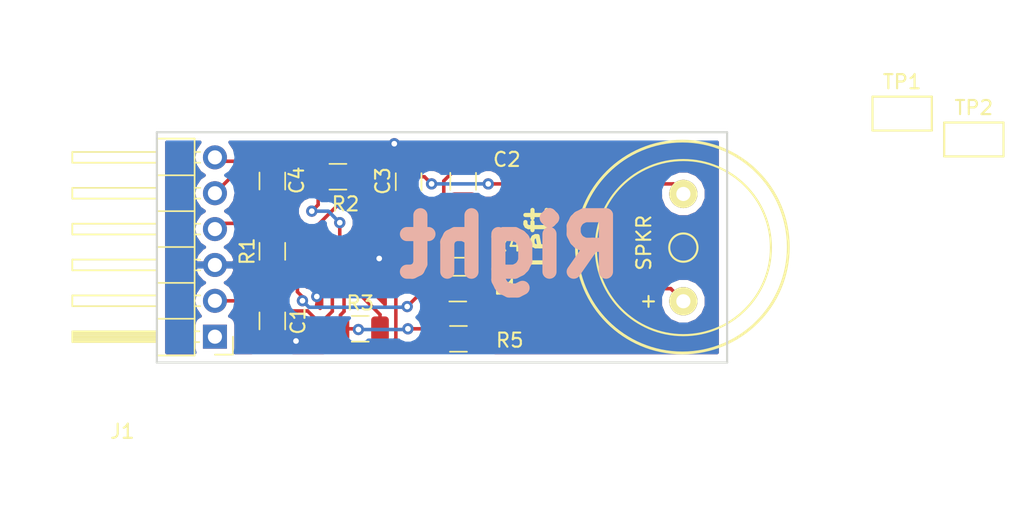
<source format=kicad_pcb>
(kicad_pcb (version 20171130) (host pcbnew "(5.0.1-3-g963ef8bb5)")

  (general
    (thickness 1.6)
    (drawings 9)
    (tracks 129)
    (zones 0)
    (modules 15)
    (nets 15)
  )

  (page A4)
  (layers
    (0 F.Cu signal)
    (31 B.Cu signal)
    (32 B.Adhes user)
    (33 F.Adhes user)
    (34 B.Paste user)
    (35 F.Paste user)
    (36 B.SilkS user)
    (37 F.SilkS user)
    (38 B.Mask user)
    (39 F.Mask user)
    (40 Dwgs.User user)
    (41 Cmts.User user)
    (42 Eco1.User user)
    (43 Eco2.User user)
    (44 Edge.Cuts user)
    (45 Margin user)
    (46 B.CrtYd user)
    (47 F.CrtYd user)
    (48 B.Fab user)
    (49 F.Fab user)
  )

  (setup
    (last_trace_width 0.25)
    (trace_clearance 0.2)
    (zone_clearance 0.508)
    (zone_45_only no)
    (trace_min 0.2)
    (segment_width 0.2)
    (edge_width 0.15)
    (via_size 0.8)
    (via_drill 0.4)
    (via_min_size 0.4)
    (via_min_drill 0.3)
    (uvia_size 0.3)
    (uvia_drill 0.1)
    (uvias_allowed no)
    (uvia_min_size 0.2)
    (uvia_min_drill 0.1)
    (pcb_text_width 0.3)
    (pcb_text_size 1.5 1.5)
    (mod_edge_width 0.15)
    (mod_text_size 1 1)
    (mod_text_width 0.15)
    (pad_size 1 1)
    (pad_drill 0)
    (pad_to_mask_clearance 0.051)
    (solder_mask_min_width 0.25)
    (aux_axis_origin 0 0)
    (visible_elements FFFFFF7F)
    (pcbplotparams
      (layerselection 0x010fc_ffffffff)
      (usegerberextensions false)
      (usegerberattributes false)
      (usegerberadvancedattributes false)
      (creategerberjobfile false)
      (excludeedgelayer true)
      (linewidth 0.100000)
      (plotframeref false)
      (viasonmask false)
      (mode 1)
      (useauxorigin false)
      (hpglpennumber 1)
      (hpglpenspeed 20)
      (hpglpendiameter 15.000000)
      (psnegative false)
      (psa4output false)
      (plotreference true)
      (plotvalue true)
      (plotinvisibletext false)
      (padsonsilk false)
      (subtractmaskfromsilk false)
      (outputformat 1)
      (mirror false)
      (drillshape 1)
      (scaleselection 1)
      (outputdirectory ""))
  )

  (net 0 "")
  (net 1 +3V3)
  (net 2 GND)
  (net 3 "Net-(C2-Pad2)")
  (net 4 "Net-(C2-Pad1)")
  (net 5 "Net-(C3-Pad1)")
  (net 6 CS)
  (net 7 "Net-(C4-Pad2)")
  (net 8 SCL)
  (net 9 SDA)
  (net 10 "Net-(L1-Pad1)")
  (net 11 "Net-(L1-Pad2)")
  (net 12 "Net-(LS1-Pad2)")
  (net 13 "Net-(R1-Pad2)")
  (net 14 "Net-(R2-Pad2)")

  (net_class Default "This is the default net class."
    (clearance 0.2)
    (trace_width 0.25)
    (via_dia 0.8)
    (via_drill 0.4)
    (uvia_dia 0.3)
    (uvia_drill 0.1)
    (add_net +3V3)
    (add_net CS)
    (add_net GND)
    (add_net "Net-(C2-Pad1)")
    (add_net "Net-(C2-Pad2)")
    (add_net "Net-(C3-Pad1)")
    (add_net "Net-(C4-Pad2)")
    (add_net "Net-(L1-Pad1)")
    (add_net "Net-(L1-Pad2)")
    (add_net "Net-(LS1-Pad2)")
    (add_net "Net-(R1-Pad2)")
    (add_net "Net-(R2-Pad2)")
    (add_net SCL)
    (add_net SDA)
  )

  (module Connector_PinHeader_2.54mm:PinHeader_1x06_P2.54mm_Horizontal (layer F.Cu) (tedit 59FED5CB) (tstamp 5D3D75E3)
    (at 125.6792 72.9996 180)
    (descr "Through hole angled pin header, 1x06, 2.54mm pitch, 6mm pin length, single row")
    (tags "Through hole angled pin header THT 1x06 2.54mm single row")
    (path /5D04D3EA)
    (fp_text reference J1 (at 6.5532 -6.7056 180) (layer F.SilkS)
      (effects (font (size 1 1) (thickness 0.15)))
    )
    (fp_text value "SensorStation Accessory Plug" (at -0.4064 16.6624 180) (layer F.Fab)
      (effects (font (size 1 1) (thickness 0.15)))
    )
    (fp_line (start 2.135 -1.27) (end 4.04 -1.27) (layer F.Fab) (width 0.1))
    (fp_line (start 4.04 -1.27) (end 4.04 13.97) (layer F.Fab) (width 0.1))
    (fp_line (start 4.04 13.97) (end 1.5 13.97) (layer F.Fab) (width 0.1))
    (fp_line (start 1.5 13.97) (end 1.5 -0.635) (layer F.Fab) (width 0.1))
    (fp_line (start 1.5 -0.635) (end 2.135 -1.27) (layer F.Fab) (width 0.1))
    (fp_line (start -0.32 -0.32) (end 1.5 -0.32) (layer F.Fab) (width 0.1))
    (fp_line (start -0.32 -0.32) (end -0.32 0.32) (layer F.Fab) (width 0.1))
    (fp_line (start -0.32 0.32) (end 1.5 0.32) (layer F.Fab) (width 0.1))
    (fp_line (start 4.04 -0.32) (end 10.04 -0.32) (layer F.Fab) (width 0.1))
    (fp_line (start 10.04 -0.32) (end 10.04 0.32) (layer F.Fab) (width 0.1))
    (fp_line (start 4.04 0.32) (end 10.04 0.32) (layer F.Fab) (width 0.1))
    (fp_line (start -0.32 2.22) (end 1.5 2.22) (layer F.Fab) (width 0.1))
    (fp_line (start -0.32 2.22) (end -0.32 2.86) (layer F.Fab) (width 0.1))
    (fp_line (start -0.32 2.86) (end 1.5 2.86) (layer F.Fab) (width 0.1))
    (fp_line (start 4.04 2.22) (end 10.04 2.22) (layer F.Fab) (width 0.1))
    (fp_line (start 10.04 2.22) (end 10.04 2.86) (layer F.Fab) (width 0.1))
    (fp_line (start 4.04 2.86) (end 10.04 2.86) (layer F.Fab) (width 0.1))
    (fp_line (start -0.32 4.76) (end 1.5 4.76) (layer F.Fab) (width 0.1))
    (fp_line (start -0.32 4.76) (end -0.32 5.4) (layer F.Fab) (width 0.1))
    (fp_line (start -0.32 5.4) (end 1.5 5.4) (layer F.Fab) (width 0.1))
    (fp_line (start 4.04 4.76) (end 10.04 4.76) (layer F.Fab) (width 0.1))
    (fp_line (start 10.04 4.76) (end 10.04 5.4) (layer F.Fab) (width 0.1))
    (fp_line (start 4.04 5.4) (end 10.04 5.4) (layer F.Fab) (width 0.1))
    (fp_line (start -0.32 7.3) (end 1.5 7.3) (layer F.Fab) (width 0.1))
    (fp_line (start -0.32 7.3) (end -0.32 7.94) (layer F.Fab) (width 0.1))
    (fp_line (start -0.32 7.94) (end 1.5 7.94) (layer F.Fab) (width 0.1))
    (fp_line (start 4.04 7.3) (end 10.04 7.3) (layer F.Fab) (width 0.1))
    (fp_line (start 10.04 7.3) (end 10.04 7.94) (layer F.Fab) (width 0.1))
    (fp_line (start 4.04 7.94) (end 10.04 7.94) (layer F.Fab) (width 0.1))
    (fp_line (start -0.32 9.84) (end 1.5 9.84) (layer F.Fab) (width 0.1))
    (fp_line (start -0.32 9.84) (end -0.32 10.48) (layer F.Fab) (width 0.1))
    (fp_line (start -0.32 10.48) (end 1.5 10.48) (layer F.Fab) (width 0.1))
    (fp_line (start 4.04 9.84) (end 10.04 9.84) (layer F.Fab) (width 0.1))
    (fp_line (start 10.04 9.84) (end 10.04 10.48) (layer F.Fab) (width 0.1))
    (fp_line (start 4.04 10.48) (end 10.04 10.48) (layer F.Fab) (width 0.1))
    (fp_line (start -0.32 12.38) (end 1.5 12.38) (layer F.Fab) (width 0.1))
    (fp_line (start -0.32 12.38) (end -0.32 13.02) (layer F.Fab) (width 0.1))
    (fp_line (start -0.32 13.02) (end 1.5 13.02) (layer F.Fab) (width 0.1))
    (fp_line (start 4.04 12.38) (end 10.04 12.38) (layer F.Fab) (width 0.1))
    (fp_line (start 10.04 12.38) (end 10.04 13.02) (layer F.Fab) (width 0.1))
    (fp_line (start 4.04 13.02) (end 10.04 13.02) (layer F.Fab) (width 0.1))
    (fp_line (start 1.44 -1.33) (end 1.44 14.03) (layer F.SilkS) (width 0.12))
    (fp_line (start 1.44 14.03) (end 4.1 14.03) (layer F.SilkS) (width 0.12))
    (fp_line (start 4.1 14.03) (end 4.1 -1.33) (layer F.SilkS) (width 0.12))
    (fp_line (start 4.1 -1.33) (end 1.44 -1.33) (layer F.SilkS) (width 0.12))
    (fp_line (start 4.1 -0.38) (end 10.1 -0.38) (layer F.SilkS) (width 0.12))
    (fp_line (start 10.1 -0.38) (end 10.1 0.38) (layer F.SilkS) (width 0.12))
    (fp_line (start 10.1 0.38) (end 4.1 0.38) (layer F.SilkS) (width 0.12))
    (fp_line (start 4.1 -0.32) (end 10.1 -0.32) (layer F.SilkS) (width 0.12))
    (fp_line (start 4.1 -0.2) (end 10.1 -0.2) (layer F.SilkS) (width 0.12))
    (fp_line (start 4.1 -0.08) (end 10.1 -0.08) (layer F.SilkS) (width 0.12))
    (fp_line (start 4.1 0.04) (end 10.1 0.04) (layer F.SilkS) (width 0.12))
    (fp_line (start 4.1 0.16) (end 10.1 0.16) (layer F.SilkS) (width 0.12))
    (fp_line (start 4.1 0.28) (end 10.1 0.28) (layer F.SilkS) (width 0.12))
    (fp_line (start 1.11 -0.38) (end 1.44 -0.38) (layer F.SilkS) (width 0.12))
    (fp_line (start 1.11 0.38) (end 1.44 0.38) (layer F.SilkS) (width 0.12))
    (fp_line (start 1.44 1.27) (end 4.1 1.27) (layer F.SilkS) (width 0.12))
    (fp_line (start 4.1 2.16) (end 10.1 2.16) (layer F.SilkS) (width 0.12))
    (fp_line (start 10.1 2.16) (end 10.1 2.92) (layer F.SilkS) (width 0.12))
    (fp_line (start 10.1 2.92) (end 4.1 2.92) (layer F.SilkS) (width 0.12))
    (fp_line (start 1.042929 2.16) (end 1.44 2.16) (layer F.SilkS) (width 0.12))
    (fp_line (start 1.042929 2.92) (end 1.44 2.92) (layer F.SilkS) (width 0.12))
    (fp_line (start 1.44 3.81) (end 4.1 3.81) (layer F.SilkS) (width 0.12))
    (fp_line (start 4.1 4.7) (end 10.1 4.7) (layer F.SilkS) (width 0.12))
    (fp_line (start 10.1 4.7) (end 10.1 5.46) (layer F.SilkS) (width 0.12))
    (fp_line (start 10.1 5.46) (end 4.1 5.46) (layer F.SilkS) (width 0.12))
    (fp_line (start 1.042929 4.7) (end 1.44 4.7) (layer F.SilkS) (width 0.12))
    (fp_line (start 1.042929 5.46) (end 1.44 5.46) (layer F.SilkS) (width 0.12))
    (fp_line (start 1.44 6.35) (end 4.1 6.35) (layer F.SilkS) (width 0.12))
    (fp_line (start 4.1 7.24) (end 10.1 7.24) (layer F.SilkS) (width 0.12))
    (fp_line (start 10.1 7.24) (end 10.1 8) (layer F.SilkS) (width 0.12))
    (fp_line (start 10.1 8) (end 4.1 8) (layer F.SilkS) (width 0.12))
    (fp_line (start 1.042929 7.24) (end 1.44 7.24) (layer F.SilkS) (width 0.12))
    (fp_line (start 1.042929 8) (end 1.44 8) (layer F.SilkS) (width 0.12))
    (fp_line (start 1.44 8.89) (end 4.1 8.89) (layer F.SilkS) (width 0.12))
    (fp_line (start 4.1 9.78) (end 10.1 9.78) (layer F.SilkS) (width 0.12))
    (fp_line (start 10.1 9.78) (end 10.1 10.54) (layer F.SilkS) (width 0.12))
    (fp_line (start 10.1 10.54) (end 4.1 10.54) (layer F.SilkS) (width 0.12))
    (fp_line (start 1.042929 9.78) (end 1.44 9.78) (layer F.SilkS) (width 0.12))
    (fp_line (start 1.042929 10.54) (end 1.44 10.54) (layer F.SilkS) (width 0.12))
    (fp_line (start 1.44 11.43) (end 4.1 11.43) (layer F.SilkS) (width 0.12))
    (fp_line (start 4.1 12.32) (end 10.1 12.32) (layer F.SilkS) (width 0.12))
    (fp_line (start 10.1 12.32) (end 10.1 13.08) (layer F.SilkS) (width 0.12))
    (fp_line (start 10.1 13.08) (end 4.1 13.08) (layer F.SilkS) (width 0.12))
    (fp_line (start 1.042929 12.32) (end 1.44 12.32) (layer F.SilkS) (width 0.12))
    (fp_line (start 1.042929 13.08) (end 1.44 13.08) (layer F.SilkS) (width 0.12))
    (fp_line (start -1.27 0) (end -1.27 -1.27) (layer F.SilkS) (width 0.12))
    (fp_line (start -1.27 -1.27) (end 0 -1.27) (layer F.SilkS) (width 0.12))
    (fp_line (start -1.8 -1.8) (end -1.8 14.5) (layer F.CrtYd) (width 0.05))
    (fp_line (start -1.8 14.5) (end 10.55 14.5) (layer F.CrtYd) (width 0.05))
    (fp_line (start 10.55 14.5) (end 10.55 -1.8) (layer F.CrtYd) (width 0.05))
    (fp_line (start 10.55 -1.8) (end -1.8 -1.8) (layer F.CrtYd) (width 0.05))
    (fp_text user %R (at 2.77 6.35 270) (layer F.Fab)
      (effects (font (size 1 1) (thickness 0.15)))
    )
    (pad 1 thru_hole rect (at 0 0 180) (size 1.7 1.7) (drill 1) (layers *.Cu *.Mask))
    (pad 2 thru_hole oval (at 0 2.54 180) (size 1.7 1.7) (drill 1) (layers *.Cu *.Mask)
      (net 1 +3V3))
    (pad 3 thru_hole oval (at 0 5.08 180) (size 1.7 1.7) (drill 1) (layers *.Cu *.Mask)
      (net 2 GND))
    (pad 4 thru_hole oval (at 0 7.62 180) (size 1.7 1.7) (drill 1) (layers *.Cu *.Mask)
      (net 8 SCL))
    (pad 5 thru_hole oval (at 0 10.16 180) (size 1.7 1.7) (drill 1) (layers *.Cu *.Mask)
      (net 9 SDA))
    (pad 6 thru_hole oval (at 0 12.7 180) (size 1.7 1.7) (drill 1) (layers *.Cu *.Mask)
      (net 6 CS))
    (model ${KISYS3DMOD}/Connector_PinHeader_2.54mm.3dshapes/PinHeader_1x06_P2.54mm_Horizontal.wrl
      (at (xyz 0 0 0))
      (scale (xyz 1 1 1))
      (rotate (xyz 0 0 0))
    )
  )

  (module Capacitors_SMD:C_1206_3216Metric (layer F.Cu) (tedit 5B301BBE) (tstamp 5D3D83AA)
    (at 129.7432 71.882 270)
    (descr "Capacitor SMD 1206 (3216 Metric), square (rectangular) end terminal, IPC_7351 nominal, (Body size source: http://www.tortai-tech.com/upload/download/2011102023233369053.pdf), generated with kicad-footprint-generator")
    (tags capacitor)
    (path /5D3BFAD1)
    (attr smd)
    (fp_text reference C1 (at 0 -1.82 270) (layer F.SilkS)
      (effects (font (size 1 1) (thickness 0.15)))
    )
    (fp_text value 2.2u (at 0 1.82 270) (layer F.Fab)
      (effects (font (size 1 1) (thickness 0.15)))
    )
    (fp_line (start -1.6 0.8) (end -1.6 -0.8) (layer F.Fab) (width 0.1))
    (fp_line (start -1.6 -0.8) (end 1.6 -0.8) (layer F.Fab) (width 0.1))
    (fp_line (start 1.6 -0.8) (end 1.6 0.8) (layer F.Fab) (width 0.1))
    (fp_line (start 1.6 0.8) (end -1.6 0.8) (layer F.Fab) (width 0.1))
    (fp_line (start -0.602064 -0.91) (end 0.602064 -0.91) (layer F.SilkS) (width 0.12))
    (fp_line (start -0.602064 0.91) (end 0.602064 0.91) (layer F.SilkS) (width 0.12))
    (fp_line (start -2.28 1.12) (end -2.28 -1.12) (layer F.CrtYd) (width 0.05))
    (fp_line (start -2.28 -1.12) (end 2.28 -1.12) (layer F.CrtYd) (width 0.05))
    (fp_line (start 2.28 -1.12) (end 2.28 1.12) (layer F.CrtYd) (width 0.05))
    (fp_line (start 2.28 1.12) (end -2.28 1.12) (layer F.CrtYd) (width 0.05))
    (fp_text user %R (at 0 0 270) (layer F.Fab)
      (effects (font (size 0.8 0.8) (thickness 0.12)))
    )
    (pad 1 smd roundrect (at -1.4 0 270) (size 1.25 1.75) (layers F.Cu F.Paste F.Mask) (roundrect_rratio 0.2)
      (net 1 +3V3))
    (pad 2 smd roundrect (at 1.4 0 270) (size 1.25 1.75) (layers F.Cu F.Paste F.Mask) (roundrect_rratio 0.2)
      (net 2 GND))
    (model ${KISYS3DMOD}/Capacitor_SMD.3dshapes/C_1206_3216Metric.wrl
      (at (xyz 0 0 0))
      (scale (xyz 1 1 1))
      (rotate (xyz 0 0 0))
    )
  )

  (module Capacitors_SMD:C_1206_3216Metric (layer F.Cu) (tedit 5B301BBE) (tstamp 5D3D7E6E)
    (at 143.256 61.9984 90)
    (descr "Capacitor SMD 1206 (3216 Metric), square (rectangular) end terminal, IPC_7351 nominal, (Body size source: http://www.tortai-tech.com/upload/download/2011102023233369053.pdf), generated with kicad-footprint-generator")
    (tags capacitor)
    (path /5D3BF7C3)
    (attr smd)
    (fp_text reference C2 (at 1.5464 3.0988 180) (layer F.SilkS)
      (effects (font (size 1 1) (thickness 0.15)))
    )
    (fp_text value 2.2u (at 0 1.82 90) (layer F.Fab)
      (effects (font (size 1 1) (thickness 0.15)))
    )
    (fp_text user %R (at 0 0 90) (layer F.Fab)
      (effects (font (size 0.8 0.8) (thickness 0.12)))
    )
    (fp_line (start 2.28 1.12) (end -2.28 1.12) (layer F.CrtYd) (width 0.05))
    (fp_line (start 2.28 -1.12) (end 2.28 1.12) (layer F.CrtYd) (width 0.05))
    (fp_line (start -2.28 -1.12) (end 2.28 -1.12) (layer F.CrtYd) (width 0.05))
    (fp_line (start -2.28 1.12) (end -2.28 -1.12) (layer F.CrtYd) (width 0.05))
    (fp_line (start -0.602064 0.91) (end 0.602064 0.91) (layer F.SilkS) (width 0.12))
    (fp_line (start -0.602064 -0.91) (end 0.602064 -0.91) (layer F.SilkS) (width 0.12))
    (fp_line (start 1.6 0.8) (end -1.6 0.8) (layer F.Fab) (width 0.1))
    (fp_line (start 1.6 -0.8) (end 1.6 0.8) (layer F.Fab) (width 0.1))
    (fp_line (start -1.6 -0.8) (end 1.6 -0.8) (layer F.Fab) (width 0.1))
    (fp_line (start -1.6 0.8) (end -1.6 -0.8) (layer F.Fab) (width 0.1))
    (pad 2 smd roundrect (at 1.4 0 90) (size 1.25 1.75) (layers F.Cu F.Paste F.Mask) (roundrect_rratio 0.2)
      (net 3 "Net-(C2-Pad2)"))
    (pad 1 smd roundrect (at -1.4 0 90) (size 1.25 1.75) (layers F.Cu F.Paste F.Mask) (roundrect_rratio 0.2)
      (net 4 "Net-(C2-Pad1)"))
    (model ${KISYS3DMOD}/Capacitor_SMD.3dshapes/C_1206_3216Metric.wrl
      (at (xyz 0 0 0))
      (scale (xyz 1 1 1))
      (rotate (xyz 0 0 0))
    )
  )

  (module Capacitors_SMD:C_1206_3216Metric (layer F.Cu) (tedit 5B301BBE) (tstamp 5D3D7E7F)
    (at 139.3952 62.0268 90)
    (descr "Capacitor SMD 1206 (3216 Metric), square (rectangular) end terminal, IPC_7351 nominal, (Body size source: http://www.tortai-tech.com/upload/download/2011102023233369053.pdf), generated with kicad-footprint-generator")
    (tags capacitor)
    (path /5D3C3016)
    (attr smd)
    (fp_text reference C3 (at 0.0508 -1.8288 90) (layer F.SilkS)
      (effects (font (size 1 1) (thickness 0.15)))
    )
    (fp_text value 2.2u (at 0 1.82 90) (layer F.Fab)
      (effects (font (size 1 1) (thickness 0.15)))
    )
    (fp_text user %R (at 0 0 90) (layer F.Fab)
      (effects (font (size 0.8 0.8) (thickness 0.12)))
    )
    (fp_line (start 2.28 1.12) (end -2.28 1.12) (layer F.CrtYd) (width 0.05))
    (fp_line (start 2.28 -1.12) (end 2.28 1.12) (layer F.CrtYd) (width 0.05))
    (fp_line (start -2.28 -1.12) (end 2.28 -1.12) (layer F.CrtYd) (width 0.05))
    (fp_line (start -2.28 1.12) (end -2.28 -1.12) (layer F.CrtYd) (width 0.05))
    (fp_line (start -0.602064 0.91) (end 0.602064 0.91) (layer F.SilkS) (width 0.12))
    (fp_line (start -0.602064 -0.91) (end 0.602064 -0.91) (layer F.SilkS) (width 0.12))
    (fp_line (start 1.6 0.8) (end -1.6 0.8) (layer F.Fab) (width 0.1))
    (fp_line (start 1.6 -0.8) (end 1.6 0.8) (layer F.Fab) (width 0.1))
    (fp_line (start -1.6 -0.8) (end 1.6 -0.8) (layer F.Fab) (width 0.1))
    (fp_line (start -1.6 0.8) (end -1.6 -0.8) (layer F.Fab) (width 0.1))
    (pad 2 smd roundrect (at 1.4 0 90) (size 1.25 1.75) (layers F.Cu F.Paste F.Mask) (roundrect_rratio 0.2)
      (net 2 GND))
    (pad 1 smd roundrect (at -1.4 0 90) (size 1.25 1.75) (layers F.Cu F.Paste F.Mask) (roundrect_rratio 0.2)
      (net 5 "Net-(C3-Pad1)"))
    (model ${KISYS3DMOD}/Capacitor_SMD.3dshapes/C_1206_3216Metric.wrl
      (at (xyz 0 0 0))
      (scale (xyz 1 1 1))
      (rotate (xyz 0 0 0))
    )
  )

  (module Capacitors_SMD:C_1206_3216Metric (layer F.Cu) (tedit 5B301BBE) (tstamp 5D3D7E90)
    (at 129.7432 61.976 270)
    (descr "Capacitor SMD 1206 (3216 Metric), square (rectangular) end terminal, IPC_7351 nominal, (Body size source: http://www.tortai-tech.com/upload/download/2011102023233369053.pdf), generated with kicad-footprint-generator")
    (tags capacitor)
    (path /5D3B880F)
    (attr smd)
    (fp_text reference C4 (at -0.0508 -1.7272 270) (layer F.SilkS)
      (effects (font (size 1 1) (thickness 0.15)))
    )
    (fp_text value 1u (at 0 1.82 270) (layer F.Fab)
      (effects (font (size 1 1) (thickness 0.15)))
    )
    (fp_line (start -1.6 0.8) (end -1.6 -0.8) (layer F.Fab) (width 0.1))
    (fp_line (start -1.6 -0.8) (end 1.6 -0.8) (layer F.Fab) (width 0.1))
    (fp_line (start 1.6 -0.8) (end 1.6 0.8) (layer F.Fab) (width 0.1))
    (fp_line (start 1.6 0.8) (end -1.6 0.8) (layer F.Fab) (width 0.1))
    (fp_line (start -0.602064 -0.91) (end 0.602064 -0.91) (layer F.SilkS) (width 0.12))
    (fp_line (start -0.602064 0.91) (end 0.602064 0.91) (layer F.SilkS) (width 0.12))
    (fp_line (start -2.28 1.12) (end -2.28 -1.12) (layer F.CrtYd) (width 0.05))
    (fp_line (start -2.28 -1.12) (end 2.28 -1.12) (layer F.CrtYd) (width 0.05))
    (fp_line (start 2.28 -1.12) (end 2.28 1.12) (layer F.CrtYd) (width 0.05))
    (fp_line (start 2.28 1.12) (end -2.28 1.12) (layer F.CrtYd) (width 0.05))
    (fp_text user %R (at 0 0 270) (layer F.Fab)
      (effects (font (size 0.8 0.8) (thickness 0.12)))
    )
    (pad 1 smd roundrect (at -1.4 0 270) (size 1.25 1.75) (layers F.Cu F.Paste F.Mask) (roundrect_rratio 0.2)
      (net 6 CS))
    (pad 2 smd roundrect (at 1.4 0 270) (size 1.25 1.75) (layers F.Cu F.Paste F.Mask) (roundrect_rratio 0.2)
      (net 7 "Net-(C4-Pad2)"))
    (model ${KISYS3DMOD}/Capacitor_SMD.3dshapes/C_1206_3216Metric.wrl
      (at (xyz 0 0 0))
      (scale (xyz 1 1 1))
      (rotate (xyz 0 0 0))
    )
  )

  (module Inductor_SMD:L_1206_3216Metric (layer F.Cu) (tedit 5B301BBE) (tstamp 5D3D7EA1)
    (at 142.878 69.596)
    (descr "Inductor SMD 1206 (3216 Metric), square (rectangular) end terminal, IPC_7351 nominal, (Body size source: http://www.tortai-tech.com/upload/download/2011102023233369053.pdf), generated with kicad-footprint-generator")
    (tags inductor)
    (path /5D3B960E)
    (attr smd)
    (fp_text reference L1 (at 3.426 -0.1016) (layer F.SilkS)
      (effects (font (size 1 1) (thickness 0.15)))
    )
    (fp_text value 100uH (at 0 1.82) (layer F.Fab)
      (effects (font (size 1 1) (thickness 0.15)))
    )
    (fp_line (start -1.6 0.8) (end -1.6 -0.8) (layer F.Fab) (width 0.1))
    (fp_line (start -1.6 -0.8) (end 1.6 -0.8) (layer F.Fab) (width 0.1))
    (fp_line (start 1.6 -0.8) (end 1.6 0.8) (layer F.Fab) (width 0.1))
    (fp_line (start 1.6 0.8) (end -1.6 0.8) (layer F.Fab) (width 0.1))
    (fp_line (start -0.602064 -0.91) (end 0.602064 -0.91) (layer F.SilkS) (width 0.12))
    (fp_line (start -0.602064 0.91) (end 0.602064 0.91) (layer F.SilkS) (width 0.12))
    (fp_line (start -2.28 1.12) (end -2.28 -1.12) (layer F.CrtYd) (width 0.05))
    (fp_line (start -2.28 -1.12) (end 2.28 -1.12) (layer F.CrtYd) (width 0.05))
    (fp_line (start 2.28 -1.12) (end 2.28 1.12) (layer F.CrtYd) (width 0.05))
    (fp_line (start 2.28 1.12) (end -2.28 1.12) (layer F.CrtYd) (width 0.05))
    (fp_text user %R (at 0 0) (layer F.Fab)
      (effects (font (size 0.8 0.8) (thickness 0.12)))
    )
    (pad 1 smd roundrect (at -1.4 0) (size 1.25 1.75) (layers F.Cu F.Paste F.Mask) (roundrect_rratio 0.2)
      (net 10 "Net-(L1-Pad1)"))
    (pad 2 smd roundrect (at 1.4 0) (size 1.25 1.75) (layers F.Cu F.Paste F.Mask) (roundrect_rratio 0.2)
      (net 11 "Net-(L1-Pad2)"))
    (model ${KISYS3DMOD}/Inductor_SMD.3dshapes/L_1206_3216Metric.wrl
      (at (xyz 0 0 0))
      (scale (xyz 1 1 1))
      (rotate (xyz 0 0 0))
    )
  )

  (module Buzzers_Beepers:Buzzer_12x9.5RM7.6 (layer F.Cu) (tedit 5D38C4BB) (tstamp 5D3D7EAA)
    (at 158.8516 66.69024 90)
    (descr "Generic Buzzer, D12mm height 9.5mm with RM7.6mm")
    (tags buzzer)
    (path /5D3B99AC)
    (fp_text reference SPKR (at 0.34544 -2.794 90) (layer F.SilkS)
      (effects (font (size 1 1) (thickness 0.15)))
    )
    (fp_text value Speaker (at -1.00076 8.001 90) (layer F.Fab)
      (effects (font (size 1 1) (thickness 0.15)))
    )
    (fp_circle (center 0 0) (end 1.00076 0) (layer F.SilkS) (width 0.15))
    (fp_text user + (at -3.81 -2.54 90) (layer F.SilkS)
      (effects (font (size 1 1) (thickness 0.15)))
    )
    (fp_circle (center 0 0) (end 6.20014 0) (layer F.SilkS) (width 0.15))
    (pad 1 thru_hole circle (at -3.79984 0 90) (size 2 2) (drill 1.00076) (layers *.Cu *.Mask F.SilkS)
      (net 11 "Net-(L1-Pad2)"))
    (pad 2 thru_hole circle (at 3.79984 0 90) (size 2 2) (drill 1.00076) (layers *.Cu *.Mask F.SilkS)
      (net 12 "Net-(LS1-Pad2)"))
    (model Buzzers_Beepers.3dshapes/Buzzer_12x9.5RM7.6.wrl
      (at (xyz 0 0 0))
      (scale (xyz 4 4 4))
      (rotate (xyz 0 0 0))
    )
  )

  (module Resistors_SMD:R_1206_3216Metric (layer F.Cu) (tedit 5B301BBD) (tstamp 5D3D7EBB)
    (at 129.7432 66.9544 270)
    (descr "Resistor SMD 1206 (3216 Metric), square (rectangular) end terminal, IPC_7351 nominal, (Body size source: http://www.tortai-tech.com/upload/download/2011102023233369053.pdf), generated with kicad-footprint-generator")
    (tags resistor)
    (path /5D3B8E4D)
    (attr smd)
    (fp_text reference R1 (at 0 1.778 270) (layer F.SilkS)
      (effects (font (size 1 1) (thickness 0.15)))
    )
    (fp_text value 10K (at 0 1.82 270) (layer F.Fab)
      (effects (font (size 1 1) (thickness 0.15)))
    )
    (fp_line (start -1.6 0.8) (end -1.6 -0.8) (layer F.Fab) (width 0.1))
    (fp_line (start -1.6 -0.8) (end 1.6 -0.8) (layer F.Fab) (width 0.1))
    (fp_line (start 1.6 -0.8) (end 1.6 0.8) (layer F.Fab) (width 0.1))
    (fp_line (start 1.6 0.8) (end -1.6 0.8) (layer F.Fab) (width 0.1))
    (fp_line (start -0.602064 -0.91) (end 0.602064 -0.91) (layer F.SilkS) (width 0.12))
    (fp_line (start -0.602064 0.91) (end 0.602064 0.91) (layer F.SilkS) (width 0.12))
    (fp_line (start -2.28 1.12) (end -2.28 -1.12) (layer F.CrtYd) (width 0.05))
    (fp_line (start -2.28 -1.12) (end 2.28 -1.12) (layer F.CrtYd) (width 0.05))
    (fp_line (start 2.28 -1.12) (end 2.28 1.12) (layer F.CrtYd) (width 0.05))
    (fp_line (start 2.28 1.12) (end -2.28 1.12) (layer F.CrtYd) (width 0.05))
    (fp_text user %R (at 0 0 270) (layer F.Fab)
      (effects (font (size 0.8 0.8) (thickness 0.12)))
    )
    (pad 1 smd roundrect (at -1.4 0 270) (size 1.25 1.75) (layers F.Cu F.Paste F.Mask) (roundrect_rratio 0.2)
      (net 7 "Net-(C4-Pad2)"))
    (pad 2 smd roundrect (at 1.4 0 270) (size 1.25 1.75) (layers F.Cu F.Paste F.Mask) (roundrect_rratio 0.2)
      (net 13 "Net-(R1-Pad2)"))
    (model ${KISYS3DMOD}/Resistor_SMD.3dshapes/R_1206_3216Metric.wrl
      (at (xyz 0 0 0))
      (scale (xyz 1 1 1))
      (rotate (xyz 0 0 0))
    )
  )

  (module Resistors_SMD:R_1206_3216Metric (layer F.Cu) (tedit 5B301BBD) (tstamp 5D3D7ECC)
    (at 134.3884 61.6712 180)
    (descr "Resistor SMD 1206 (3216 Metric), square (rectangular) end terminal, IPC_7351 nominal, (Body size source: http://www.tortai-tech.com/upload/download/2011102023233369053.pdf), generated with kicad-footprint-generator")
    (tags resistor)
    (path /5D3BAA18)
    (attr smd)
    (fp_text reference R2 (at -0.5364 -1.9304 180) (layer F.SilkS)
      (effects (font (size 1 1) (thickness 0.15)))
    )
    (fp_text value 10K (at 0 1.82 180) (layer F.Fab)
      (effects (font (size 1 1) (thickness 0.15)))
    )
    (fp_line (start -1.6 0.8) (end -1.6 -0.8) (layer F.Fab) (width 0.1))
    (fp_line (start -1.6 -0.8) (end 1.6 -0.8) (layer F.Fab) (width 0.1))
    (fp_line (start 1.6 -0.8) (end 1.6 0.8) (layer F.Fab) (width 0.1))
    (fp_line (start 1.6 0.8) (end -1.6 0.8) (layer F.Fab) (width 0.1))
    (fp_line (start -0.602064 -0.91) (end 0.602064 -0.91) (layer F.SilkS) (width 0.12))
    (fp_line (start -0.602064 0.91) (end 0.602064 0.91) (layer F.SilkS) (width 0.12))
    (fp_line (start -2.28 1.12) (end -2.28 -1.12) (layer F.CrtYd) (width 0.05))
    (fp_line (start -2.28 -1.12) (end 2.28 -1.12) (layer F.CrtYd) (width 0.05))
    (fp_line (start 2.28 -1.12) (end 2.28 1.12) (layer F.CrtYd) (width 0.05))
    (fp_line (start 2.28 1.12) (end -2.28 1.12) (layer F.CrtYd) (width 0.05))
    (fp_text user %R (at 0 0 180) (layer F.Fab)
      (effects (font (size 0.8 0.8) (thickness 0.12)))
    )
    (pad 1 smd roundrect (at -1.4 0 180) (size 1.25 1.75) (layers F.Cu F.Paste F.Mask) (roundrect_rratio 0.2)
      (net 12 "Net-(LS1-Pad2)"))
    (pad 2 smd roundrect (at 1.4 0 180) (size 1.25 1.75) (layers F.Cu F.Paste F.Mask) (roundrect_rratio 0.2)
      (net 14 "Net-(R2-Pad2)"))
    (model ${KISYS3DMOD}/Resistor_SMD.3dshapes/R_1206_3216Metric.wrl
      (at (xyz 0 0 0))
      (scale (xyz 1 1 1))
      (rotate (xyz 0 0 0))
    )
  )

  (module Resistors_SMD:R_1206_3216Metric (layer F.Cu) (tedit 5B301BBD) (tstamp 5D3D7EDD)
    (at 135.9692 72.4408)
    (descr "Resistor SMD 1206 (3216 Metric), square (rectangular) end terminal, IPC_7351 nominal, (Body size source: http://www.tortai-tech.com/upload/download/2011102023233369053.pdf), generated with kicad-footprint-generator")
    (tags resistor)
    (path /5D3BB645)
    (attr smd)
    (fp_text reference R3 (at 0 -1.82) (layer F.SilkS)
      (effects (font (size 1 1) (thickness 0.15)))
    )
    (fp_text value 10K (at 0 1.82) (layer F.Fab)
      (effects (font (size 1 1) (thickness 0.15)))
    )
    (fp_text user %R (at 0 0) (layer F.Fab)
      (effects (font (size 0.8 0.8) (thickness 0.12)))
    )
    (fp_line (start 2.28 1.12) (end -2.28 1.12) (layer F.CrtYd) (width 0.05))
    (fp_line (start 2.28 -1.12) (end 2.28 1.12) (layer F.CrtYd) (width 0.05))
    (fp_line (start -2.28 -1.12) (end 2.28 -1.12) (layer F.CrtYd) (width 0.05))
    (fp_line (start -2.28 1.12) (end -2.28 -1.12) (layer F.CrtYd) (width 0.05))
    (fp_line (start -0.602064 0.91) (end 0.602064 0.91) (layer F.SilkS) (width 0.12))
    (fp_line (start -0.602064 -0.91) (end 0.602064 -0.91) (layer F.SilkS) (width 0.12))
    (fp_line (start 1.6 0.8) (end -1.6 0.8) (layer F.Fab) (width 0.1))
    (fp_line (start 1.6 -0.8) (end 1.6 0.8) (layer F.Fab) (width 0.1))
    (fp_line (start -1.6 -0.8) (end 1.6 -0.8) (layer F.Fab) (width 0.1))
    (fp_line (start -1.6 0.8) (end -1.6 -0.8) (layer F.Fab) (width 0.1))
    (pad 2 smd roundrect (at 1.4 0) (size 1.25 1.75) (layers F.Cu F.Paste F.Mask) (roundrect_rratio 0.2)
      (net 14 "Net-(R2-Pad2)"))
    (pad 1 smd roundrect (at -1.4 0) (size 1.25 1.75) (layers F.Cu F.Paste F.Mask) (roundrect_rratio 0.2)
      (net 10 "Net-(L1-Pad1)"))
    (model ${KISYS3DMOD}/Resistor_SMD.3dshapes/R_1206_3216Metric.wrl
      (at (xyz 0 0 0))
      (scale (xyz 1 1 1))
      (rotate (xyz 0 0 0))
    )
  )

  (module Resistors_SMD:R_1206_3216Metric (layer F.Cu) (tedit 5B301BBD) (tstamp 5D3D7EEE)
    (at 142.9512 66.4972 180)
    (descr "Resistor SMD 1206 (3216 Metric), square (rectangular) end terminal, IPC_7351 nominal, (Body size source: http://www.tortai-tech.com/upload/download/2011102023233369053.pdf), generated with kicad-footprint-generator")
    (tags resistor)
    (path /5D3BCAE4)
    (attr smd)
    (fp_text reference R4 (at -3.4544 0.0508 180) (layer F.SilkS)
      (effects (font (size 1 1) (thickness 0.15)))
    )
    (fp_text value 10K (at 0 1.82 180) (layer F.Fab)
      (effects (font (size 1 1) (thickness 0.15)))
    )
    (fp_line (start -1.6 0.8) (end -1.6 -0.8) (layer F.Fab) (width 0.1))
    (fp_line (start -1.6 -0.8) (end 1.6 -0.8) (layer F.Fab) (width 0.1))
    (fp_line (start 1.6 -0.8) (end 1.6 0.8) (layer F.Fab) (width 0.1))
    (fp_line (start 1.6 0.8) (end -1.6 0.8) (layer F.Fab) (width 0.1))
    (fp_line (start -0.602064 -0.91) (end 0.602064 -0.91) (layer F.SilkS) (width 0.12))
    (fp_line (start -0.602064 0.91) (end 0.602064 0.91) (layer F.SilkS) (width 0.12))
    (fp_line (start -2.28 1.12) (end -2.28 -1.12) (layer F.CrtYd) (width 0.05))
    (fp_line (start -2.28 -1.12) (end 2.28 -1.12) (layer F.CrtYd) (width 0.05))
    (fp_line (start 2.28 -1.12) (end 2.28 1.12) (layer F.CrtYd) (width 0.05))
    (fp_line (start 2.28 1.12) (end -2.28 1.12) (layer F.CrtYd) (width 0.05))
    (fp_text user %R (at 0 0 180) (layer F.Fab)
      (effects (font (size 0.8 0.8) (thickness 0.12)))
    )
    (pad 1 smd roundrect (at -1.4 0 180) (size 1.25 1.75) (layers F.Cu F.Paste F.Mask) (roundrect_rratio 0.2)
      (net 10 "Net-(L1-Pad1)"))
    (pad 2 smd roundrect (at 1.4 0 180) (size 1.25 1.75) (layers F.Cu F.Paste F.Mask) (roundrect_rratio 0.2)
      (net 13 "Net-(R1-Pad2)"))
    (model ${KISYS3DMOD}/Resistor_SMD.3dshapes/R_1206_3216Metric.wrl
      (at (xyz 0 0 0))
      (scale (xyz 1 1 1))
      (rotate (xyz 0 0 0))
    )
  )

  (module Resistors_SMD:R_1206_3216Metric (layer F.Cu) (tedit 5B301BBD) (tstamp 5D3D7EFF)
    (at 142.9228 73.152 180)
    (descr "Resistor SMD 1206 (3216 Metric), square (rectangular) end terminal, IPC_7351 nominal, (Body size source: http://www.tortai-tech.com/upload/download/2011102023233369053.pdf), generated with kicad-footprint-generator")
    (tags resistor)
    (path /5D3B93BA)
    (attr smd)
    (fp_text reference R5 (at -3.6352 -0.1016 180) (layer F.SilkS)
      (effects (font (size 1 1) (thickness 0.15)))
    )
    (fp_text value 10 (at 0 1.82 180) (layer F.Fab)
      (effects (font (size 1 1) (thickness 0.15)))
    )
    (fp_text user %R (at 0 0 180) (layer F.Fab)
      (effects (font (size 0.8 0.8) (thickness 0.12)))
    )
    (fp_line (start 2.28 1.12) (end -2.28 1.12) (layer F.CrtYd) (width 0.05))
    (fp_line (start 2.28 -1.12) (end 2.28 1.12) (layer F.CrtYd) (width 0.05))
    (fp_line (start -2.28 -1.12) (end 2.28 -1.12) (layer F.CrtYd) (width 0.05))
    (fp_line (start -2.28 1.12) (end -2.28 -1.12) (layer F.CrtYd) (width 0.05))
    (fp_line (start -0.602064 0.91) (end 0.602064 0.91) (layer F.SilkS) (width 0.12))
    (fp_line (start -0.602064 -0.91) (end 0.602064 -0.91) (layer F.SilkS) (width 0.12))
    (fp_line (start 1.6 0.8) (end -1.6 0.8) (layer F.Fab) (width 0.1))
    (fp_line (start 1.6 -0.8) (end 1.6 0.8) (layer F.Fab) (width 0.1))
    (fp_line (start -1.6 -0.8) (end 1.6 -0.8) (layer F.Fab) (width 0.1))
    (fp_line (start -1.6 0.8) (end -1.6 -0.8) (layer F.Fab) (width 0.1))
    (pad 2 smd roundrect (at 1.4 0 180) (size 1.25 1.75) (layers F.Cu F.Paste F.Mask) (roundrect_rratio 0.2)
      (net 10 "Net-(L1-Pad1)"))
    (pad 1 smd roundrect (at -1.4 0 180) (size 1.25 1.75) (layers F.Cu F.Paste F.Mask) (roundrect_rratio 0.2)
      (net 11 "Net-(L1-Pad2)"))
    (model ${KISYS3DMOD}/Resistor_SMD.3dshapes/R_1206_3216Metric.wrl
      (at (xyz 0 0 0))
      (scale (xyz 1 1 1))
      (rotate (xyz 0 0 0))
    )
  )

  (module Measurement_Points:Test_Point_Keystone_5019_Minature (layer F.Cu) (tedit 5D38C2F7) (tstamp 5D3D7F1C)
    (at 174.3456 57.2008)
    (descr "SMT Test Point- Micro Miniature 5019, http://www.keyelco.com/product-pdf.cfm?p=1357")
    (tags "Test Point")
    (path /5D3CB964)
    (attr virtual)
    (fp_text reference TP1 (at 0 -2.25) (layer F.SilkS)
      (effects (font (size 1 1) (thickness 0.15)))
    )
    (fp_text value TestPoint (at 0 2.25) (layer F.Fab)
      (effects (font (size 1 1) (thickness 0.15)))
    )
    (fp_line (start 0 0.5) (end 0 1) (layer F.Fab) (width 0.15))
    (fp_line (start 0 -1) (end 0 -0.5) (layer F.Fab) (width 0.15))
    (fp_line (start -1.9 -0.5) (end 1.9 -0.5) (layer F.Fab) (width 0.15))
    (fp_line (start 1.9 0.5) (end -1.9 0.5) (layer F.Fab) (width 0.15))
    (fp_line (start 1.25 -1) (end -1.25 -1) (layer F.Fab) (width 0.15))
    (fp_line (start -1.25 -1) (end -1.25 -0.5) (layer F.Fab) (width 0.15))
    (fp_line (start -1.25 -0.5) (end -1.75 -0.5) (layer F.Fab) (width 0.15))
    (fp_line (start -1.9 -0.5) (end -1.9 0.5) (layer F.Fab) (width 0.15))
    (fp_line (start -1.75 0.5) (end -1.25 0.5) (layer F.Fab) (width 0.15))
    (fp_line (start -1.25 0.5) (end -1.25 1) (layer F.Fab) (width 0.15))
    (fp_line (start -1.25 1) (end 1.25 1) (layer F.Fab) (width 0.15))
    (fp_line (start 1.25 1) (end 1.25 0.5) (layer F.Fab) (width 0.15))
    (fp_line (start 1.25 0.5) (end 1.75 0.5) (layer F.Fab) (width 0.15))
    (fp_line (start 1.9 0.5) (end 1.9 -0.5) (layer F.Fab) (width 0.15))
    (fp_line (start 1.75 -0.5) (end 1.25 -0.5) (layer F.Fab) (width 0.15))
    (fp_line (start 1.25 -0.5) (end 1.25 -1) (layer F.Fab) (width 0.15))
    (fp_line (start -2.35 -1.45) (end 2.35 -1.45) (layer F.CrtYd) (width 0.05))
    (fp_line (start 2.35 -1.45) (end 2.35 1.45) (layer F.CrtYd) (width 0.05))
    (fp_line (start 2.35 1.45) (end -2.35 1.45) (layer F.CrtYd) (width 0.05))
    (fp_line (start -2.35 1.45) (end -2.35 -1.45) (layer F.CrtYd) (width 0.05))
    (fp_line (start -2.1 -1.2) (end 2.1 -1.2) (layer F.SilkS) (width 0.15))
    (fp_line (start 2.1 -1.2) (end 2.1 1.2) (layer F.SilkS) (width 0.15))
    (fp_line (start 2.1 1.2) (end -2.1 1.2) (layer F.SilkS) (width 0.15))
    (fp_line (start -2.1 1.2) (end -2.1 -1.2) (layer F.SilkS) (width 0.15))
    (pad 1 smd circle (at -46.8376 7.7724) (size 1 1) (layers F.Cu F.Paste F.Mask)
      (net 8 SCL))
  )

  (module Measurement_Points:Test_Point_Keystone_5019_Minature (layer F.Cu) (tedit 5D38C309) (tstamp 5D3D7F39)
    (at 179.423001 59.031401)
    (descr "SMT Test Point- Micro Miniature 5019, http://www.keyelco.com/product-pdf.cfm?p=1357")
    (tags "Test Point")
    (path /5D3CBAB1)
    (attr virtual)
    (fp_text reference TP2 (at 0 -2.25) (layer F.SilkS)
      (effects (font (size 1 1) (thickness 0.15)))
    )
    (fp_text value TestPoint (at 0 2.25) (layer F.Fab)
      (effects (font (size 1 1) (thickness 0.15)))
    )
    (fp_line (start -2.1 1.2) (end -2.1 -1.2) (layer F.SilkS) (width 0.15))
    (fp_line (start 2.1 1.2) (end -2.1 1.2) (layer F.SilkS) (width 0.15))
    (fp_line (start 2.1 -1.2) (end 2.1 1.2) (layer F.SilkS) (width 0.15))
    (fp_line (start -2.1 -1.2) (end 2.1 -1.2) (layer F.SilkS) (width 0.15))
    (fp_line (start -2.35 1.45) (end -2.35 -1.45) (layer F.CrtYd) (width 0.05))
    (fp_line (start 2.35 1.45) (end -2.35 1.45) (layer F.CrtYd) (width 0.05))
    (fp_line (start 2.35 -1.45) (end 2.35 1.45) (layer F.CrtYd) (width 0.05))
    (fp_line (start -2.35 -1.45) (end 2.35 -1.45) (layer F.CrtYd) (width 0.05))
    (fp_line (start 1.25 -0.5) (end 1.25 -1) (layer F.Fab) (width 0.15))
    (fp_line (start 1.75 -0.5) (end 1.25 -0.5) (layer F.Fab) (width 0.15))
    (fp_line (start 1.9 0.5) (end 1.9 -0.5) (layer F.Fab) (width 0.15))
    (fp_line (start 1.25 0.5) (end 1.75 0.5) (layer F.Fab) (width 0.15))
    (fp_line (start 1.25 1) (end 1.25 0.5) (layer F.Fab) (width 0.15))
    (fp_line (start -1.25 1) (end 1.25 1) (layer F.Fab) (width 0.15))
    (fp_line (start -1.25 0.5) (end -1.25 1) (layer F.Fab) (width 0.15))
    (fp_line (start -1.75 0.5) (end -1.25 0.5) (layer F.Fab) (width 0.15))
    (fp_line (start -1.9 -0.5) (end -1.9 0.5) (layer F.Fab) (width 0.15))
    (fp_line (start -1.25 -0.5) (end -1.75 -0.5) (layer F.Fab) (width 0.15))
    (fp_line (start -1.25 -1) (end -1.25 -0.5) (layer F.Fab) (width 0.15))
    (fp_line (start 1.25 -1) (end -1.25 -1) (layer F.Fab) (width 0.15))
    (fp_line (start 1.9 0.5) (end -1.9 0.5) (layer F.Fab) (width 0.15))
    (fp_line (start -1.9 -0.5) (end 1.9 -0.5) (layer F.Fab) (width 0.15))
    (fp_line (start 0 -1) (end 0 -0.5) (layer F.Fab) (width 0.15))
    (fp_line (start 0 0.5) (end 0 1) (layer F.Fab) (width 0.15))
    (pad 1 smd circle (at -52.118201 2.639799) (size 1 1) (layers F.Cu F.Paste F.Mask)
      (net 9 SDA))
  )

  (module pcb_footprints:TSSOP14 (layer F.Cu) (tedit 5A0C1136) (tstamp 5D3D7F53)
    (at 135.69188 67.5132 90)
    (path /5D3B86E4)
    (fp_text reference U1 (at 0 0.50038 90) (layer F.Fab)
      (effects (font (size 0.29972 0.29972) (thickness 0.07493)))
    )
    (fp_text value MAX4410 (at 0 0 90) (layer F.Fab)
      (effects (font (size 0.29972 0.29972) (thickness 0.07493)))
    )
    (fp_line (start -2.54762 -2.2479) (end -2.17424 -2.2479) (layer F.Fab) (width 0.14986))
    (fp_line (start 2.17424 -2.2479) (end 2.54762 -2.2479) (layer F.Fab) (width 0.14986))
    (fp_line (start 2.54762 -2.2479) (end 2.54762 2.2479) (layer F.Fab) (width 0.14986))
    (fp_line (start -2.54762 2.2479) (end -2.17424 2.2479) (layer F.Fab) (width 0.14986))
    (fp_line (start 2.17424 2.2479) (end 2.54762 2.2479) (layer F.Fab) (width 0.14986))
    (fp_line (start -2.54762 -2.2479) (end -2.54762 2.2479) (layer F.Fab) (width 0.14986))
    (fp_line (start -2.54762 1.79832) (end -2.09804 1.79832) (layer F.Fab) (width 0.14986))
    (fp_line (start -2.09804 1.79832) (end -2.09804 1.94818) (layer F.Fab) (width 0.14986))
    (pad 1 smd rect (at -1.94818 2.79908 270) (size 0.29972 1.5494) (layers F.Cu F.Paste F.Mask)
      (net 1 +3V3))
    (pad 2 smd rect (at -1.29794 2.79908 270) (size 0.29972 1.5494) (layers F.Cu F.Paste F.Mask)
      (net 1 +3V3))
    (pad 3 smd rect (at -0.6477 2.79908 270) (size 0.29972 1.5494) (layers F.Cu F.Paste F.Mask)
      (net 4 "Net-(C2-Pad1)"))
    (pad 4 smd rect (at 0 2.79908 270) (size 0.29972 1.5494) (layers F.Cu F.Paste F.Mask)
      (net 2 GND))
    (pad 5 smd rect (at 0.6477 2.79908 270) (size 0.29972 1.5494) (layers F.Cu F.Paste F.Mask)
      (net 3 "Net-(C2-Pad2)"))
    (pad 6 smd rect (at 1.29794 2.79908 270) (size 0.29972 1.5494) (layers F.Cu F.Paste F.Mask)
      (net 5 "Net-(C3-Pad1)"))
    (pad 7 smd rect (at 1.94818 2.79908 270) (size 0.29972 1.5494) (layers F.Cu F.Paste F.Mask)
      (net 5 "Net-(C3-Pad1)"))
    (pad 8 smd rect (at 1.94818 -2.79908 90) (size 0.29972 1.5494) (layers F.Cu F.Paste F.Mask)
      (net 12 "Net-(LS1-Pad2)"))
    (pad 9 smd rect (at 1.29794 -2.79908 90) (size 0.29972 1.5494) (layers F.Cu F.Paste F.Mask)
      (net 1 +3V3))
    (pad 10 smd rect (at 0.6477 -2.79908 90) (size 0.29972 1.5494) (layers F.Cu F.Paste F.Mask)
      (net 14 "Net-(R2-Pad2)"))
    (pad 11 smd rect (at 0 -2.79908 90) (size 0.29972 1.5494) (layers F.Cu F.Paste F.Mask)
      (net 10 "Net-(L1-Pad1)"))
    (pad 12 smd rect (at -0.6477 -2.79908 90) (size 0.29972 1.5494) (layers F.Cu F.Paste F.Mask)
      (net 1 +3V3))
    (pad 13 smd rect (at -1.29794 -2.79908 90) (size 0.29972 1.5494) (layers F.Cu F.Paste F.Mask)
      (net 13 "Net-(R1-Pad2)"))
    (pad 14 smd rect (at -1.94818 -2.79908 90) (size 0.29972 1.5494) (layers F.Cu F.Paste F.Mask)
      (net 2 GND))
    (model Housing_SSOP/TSSOP-14.wrl
      (at (xyz 0 0 0))
      (scale (xyz 1 1 1))
      (rotate (xyz 90 180 180))
    )
  )

  (gr_circle (center 158.7824 66.6496) (end 166.2824 66.6496) (layer F.SilkS) (width 0.2))
  (gr_text Right (at 146.6088 66.5988) (layer B.SilkS)
    (effects (font (size 4 4) (thickness 1)) (justify mirror))
  )
  (gr_text Left (at 148.4884 65.9892 90) (layer F.SilkS)
    (effects (font (size 1.5 1.5) (thickness 0.3)))
  )
  (gr_text "Length can be any amount. Width is restricted\ndue to screw holes and other components.\nWidth can be extended 5mm on each side without\nissues." (at 121.412 81.7372) (layer Eco1.User)
    (effects (font (size 1.5 1.5) (thickness 0.3)) (justify left))
  )
  (gr_text "Female 0.1\"/2.54 mm header" (at 111.8616 66.5988 90) (layer Eco1.User)
    (effects (font (size 1.5 1.5) (thickness 0.3)))
  )
  (gr_line (start 121.5644 58.5216) (end 121.5644 74.8284) (layer Edge.Cuts) (width 0.15))
  (gr_line (start 161.9504 58.5216) (end 161.9504 74.8284) (layer Edge.Cuts) (width 0.15))
  (gr_line (start 121.5644 74.8284) (end 161.9504 74.8284) (layer Edge.Cuts) (width 0.15) (tstamp 5D3D7855))
  (gr_line (start 121.5644 58.5216) (end 161.9504 58.5216) (layer Edge.Cuts) (width 0.15))

  (segment (start 129.7208 70.4596) (end 129.7432 70.482) (width 0.25) (layer F.Cu) (net 1))
  (segment (start 125.6792 70.4596) (end 129.7208 70.4596) (width 0.25) (layer F.Cu) (net 1))
  (segment (start 128.54319 69.28199) (end 128.54319 67.18921) (width 0.25) (layer F.Cu) (net 1))
  (segment (start 129.7432 70.482) (end 128.54319 69.28199) (width 0.25) (layer F.Cu) (net 1))
  (segment (start 128.54319 67.18921) (end 128.7272 67.0052) (width 0.25) (layer F.Cu) (net 1))
  (segment (start 131.8681 66.21526) (end 132.8928 66.21526) (width 0.25) (layer F.Cu) (net 1))
  (segment (start 131.07816 67.0052) (end 131.8681 66.21526) (width 0.25) (layer F.Cu) (net 1))
  (segment (start 128.7272 67.0052) (end 131.07816 67.0052) (width 0.25) (layer F.Cu) (net 1))
  (segment (start 131.07816 67.37096) (end 131.07816 67.0052) (width 0.25) (layer F.Cu) (net 1))
  (segment (start 131.8681 68.1609) (end 131.07816 67.37096) (width 0.25) (layer F.Cu) (net 1))
  (segment (start 132.8928 68.1609) (end 131.8681 68.1609) (width 0.25) (layer F.Cu) (net 1))
  (segment (start 138.49096 68.81114) (end 138.49096 69.46138) (width 0.25) (layer F.Cu) (net 1))
  (segment (start 133.992501 71.204309) (end 133.4008 71.79601) (width 0.25) (layer F.Cu) (net 1))
  (segment (start 133.992501 68.235901) (end 133.992501 71.204309) (width 0.25) (layer F.Cu) (net 1))
  (segment (start 133.9175 68.1609) (end 133.992501 68.235901) (width 0.25) (layer F.Cu) (net 1))
  (segment (start 132.8928 68.1609) (end 133.9175 68.1609) (width 0.25) (layer F.Cu) (net 1))
  (segment (start 138.49096 73.13223) (end 138.49096 69.86124) (width 0.25) (layer F.Cu) (net 1))
  (segment (start 137.98238 73.64081) (end 138.49096 73.13223) (width 0.25) (layer F.Cu) (net 1))
  (segment (start 138.49096 69.86124) (end 138.49096 69.46138) (width 0.25) (layer F.Cu) (net 1))
  (segment (start 133.95602 73.64081) (end 137.98238 73.64081) (width 0.25) (layer F.Cu) (net 1))
  (segment (start 133.4008 73.08559) (end 133.95602 73.64081) (width 0.25) (layer F.Cu) (net 1))
  (segment (start 132.23931 71.17771) (end 133.4008 72.3392) (width 0.25) (layer F.Cu) (net 1))
  (segment (start 130.43891 71.17771) (end 132.23931 71.17771) (width 0.25) (layer F.Cu) (net 1))
  (segment (start 133.4008 72.3392) (end 133.4008 73.08559) (width 0.25) (layer F.Cu) (net 1))
  (segment (start 129.7432 70.482) (end 130.43891 71.17771) (width 0.25) (layer F.Cu) (net 1))
  (segment (start 133.4008 71.79601) (end 133.4008 72.3392) (width 0.25) (layer F.Cu) (net 1))
  (via (at 131.4196 73.3044) (size 0.8) (drill 0.4) (layers F.Cu B.Cu) (net 2))
  (segment (start 131.3972 73.282) (end 131.4196 73.3044) (width 0.25) (layer F.Cu) (net 2))
  (segment (start 129.7432 73.282) (end 131.3972 73.282) (width 0.25) (layer F.Cu) (net 2))
  (via (at 138.3792 59.3344) (size 0.8) (drill 0.4) (layers F.Cu B.Cu) (net 2))
  (segment (start 139.3952 60.3504) (end 138.3792 59.3344) (width 0.25) (layer F.Cu) (net 2))
  (segment (start 139.3952 60.6268) (end 139.3952 60.3504) (width 0.25) (layer F.Cu) (net 2))
  (via (at 132.8928 70.1548) (size 0.8) (drill 0.4) (layers F.Cu B.Cu) (net 2))
  (segment (start 132.8928 69.46138) (end 132.8928 70.1548) (width 0.25) (layer F.Cu) (net 2))
  (via (at 137.3124 67.4624) (size 0.8) (drill 0.4) (layers F.Cu B.Cu) (net 2))
  (segment (start 137.3632 67.5132) (end 137.3124 67.4624) (width 0.25) (layer F.Cu) (net 2))
  (segment (start 138.49096 67.5132) (end 137.3632 67.5132) (width 0.25) (layer F.Cu) (net 2))
  (segment (start 139.350282 66.8655) (end 140.15118 66.064602) (width 0.25) (layer F.Cu) (net 3))
  (segment (start 140.15118 66.064602) (end 140.15118 65.18242) (width 0.25) (layer F.Cu) (net 3))
  (segment (start 138.49096 66.8655) (end 139.350282 66.8655) (width 0.25) (layer F.Cu) (net 3))
  (segment (start 140.15118 65.18242) (end 141.8844 63.4492) (width 0.25) (layer F.Cu) (net 3))
  (segment (start 141.8844 61.97) (end 143.256 60.5984) (width 0.25) (layer F.Cu) (net 3))
  (segment (start 141.8844 63.4492) (end 141.8844 61.97) (width 0.25) (layer F.Cu) (net 3))
  (segment (start 139.590661 68.085899) (end 139.590661 67.673339) (width 0.25) (layer F.Cu) (net 4))
  (segment (start 139.51566 68.1609) (end 139.590661 68.085899) (width 0.25) (layer F.Cu) (net 4))
  (segment (start 138.49096 68.1609) (end 139.51566 68.1609) (width 0.25) (layer F.Cu) (net 4))
  (segment (start 139.590661 67.673339) (end 140.60119 66.66281) (width 0.25) (layer F.Cu) (net 4))
  (segment (start 140.60119 65.63402) (end 140.60119 66.66281) (width 0.25) (layer F.Cu) (net 4))
  (segment (start 142.1411 64.09411) (end 140.60119 65.63402) (width 0.25) (layer F.Cu) (net 4))
  (segment (start 142.56029 64.09411) (end 142.1411 64.09411) (width 0.25) (layer F.Cu) (net 4))
  (segment (start 143.256 63.3984) (end 142.56029 64.09411) (width 0.25) (layer F.Cu) (net 4))
  (segment (start 139.51566 64.78124) (end 139.51566 65.16516) (width 0.25) (layer F.Cu) (net 5))
  (segment (start 139.51566 65.16516) (end 139.1158 65.56502) (width 0.25) (layer F.Cu) (net 5))
  (segment (start 139.3952 64.66078) (end 139.51566 64.78124) (width 0.25) (layer F.Cu) (net 5))
  (segment (start 139.1158 65.56502) (end 138.49096 65.56502) (width 0.25) (layer F.Cu) (net 5))
  (segment (start 139.3952 63.4268) (end 139.3952 64.66078) (width 0.25) (layer F.Cu) (net 5))
  (segment (start 138.49096 65.56502) (end 138.49096 66.21526) (width 0.25) (layer F.Cu) (net 5))
  (segment (start 125.9556 60.576) (end 125.6792 60.2996) (width 0.25) (layer F.Cu) (net 6))
  (segment (start 129.7432 60.576) (end 125.9556 60.576) (width 0.25) (layer F.Cu) (net 6))
  (segment (start 129.7432 65.5544) (end 129.7432 63.376) (width 0.25) (layer F.Cu) (net 7))
  (segment (start 126.0856 64.9732) (end 125.6792 65.3796) (width 0.25) (layer F.Cu) (net 8))
  (segment (start 127.508 64.9732) (end 126.0856 64.9732) (width 0.25) (layer F.Cu) (net 8))
  (segment (start 126.8476 61.6712) (end 125.6792 62.8396) (width 0.25) (layer F.Cu) (net 9))
  (segment (start 127.3048 61.6712) (end 126.8476 61.6712) (width 0.25) (layer F.Cu) (net 9))
  (segment (start 134.5692 71.4658) (end 134.8232 71.2118) (width 0.25) (layer F.Cu) (net 10))
  (segment (start 134.5692 72.4408) (end 134.5692 71.4658) (width 0.25) (layer F.Cu) (net 10))
  (segment (start 134.8232 71.2118) (end 134.8232 68.2752) (width 0.25) (layer F.Cu) (net 10))
  (segment (start 134.0612 67.5132) (end 132.8928 67.5132) (width 0.25) (layer F.Cu) (net 10))
  (segment (start 134.8232 68.2752) (end 134.0612 67.5132) (width 0.25) (layer F.Cu) (net 10))
  (segment (start 135.7884 72.4408) (end 135.8392 72.4916) (width 0.25) (layer F.Cu) (net 10))
  (via (at 135.8392 72.4916) (size 0.8) (drill 0.4) (layers F.Cu B.Cu) (net 10))
  (segment (start 134.5692 72.4408) (end 135.7884 72.4408) (width 0.25) (layer F.Cu) (net 10))
  (via (at 139.3444 72.4408) (size 0.8) (drill 0.4) (layers F.Cu B.Cu) (net 10))
  (segment (start 139.2936 72.4916) (end 139.3444 72.4408) (width 0.25) (layer B.Cu) (net 10))
  (segment (start 135.8392 72.4916) (end 139.2936 72.4916) (width 0.25) (layer B.Cu) (net 10))
  (segment (start 140.8116 72.4408) (end 141.5228 73.152) (width 0.25) (layer F.Cu) (net 10))
  (segment (start 139.3444 72.4408) (end 140.8116 72.4408) (width 0.25) (layer F.Cu) (net 10))
  (segment (start 142.17371 70.29171) (end 141.478 69.596) (width 0.25) (layer F.Cu) (net 10))
  (segment (start 142.21851 70.33651) (end 142.17371 70.29171) (width 0.25) (layer F.Cu) (net 10))
  (segment (start 142.21851 72.45629) (end 142.21851 70.33651) (width 0.25) (layer F.Cu) (net 10))
  (segment (start 141.5228 73.152) (end 142.21851 72.45629) (width 0.25) (layer F.Cu) (net 10))
  (segment (start 144.3512 66.7228) (end 144.3512 66.4972) (width 0.25) (layer F.Cu) (net 10))
  (segment (start 141.478 69.596) (end 144.3512 66.7228) (width 0.25) (layer F.Cu) (net 10))
  (segment (start 144.278 73.1072) (end 144.3228 73.152) (width 0.25) (layer F.Cu) (net 11))
  (segment (start 144.278 69.596) (end 144.278 73.1072) (width 0.25) (layer F.Cu) (net 11))
  (segment (start 157.95752 69.596) (end 158.8516 70.49008) (width 0.25) (layer F.Cu) (net 11))
  (segment (start 144.278 69.596) (end 157.95752 69.596) (width 0.25) (layer F.Cu) (net 11))
  (segment (start 132.8928 65.16516) (end 134.45636 63.6016) (width 0.25) (layer F.Cu) (net 12))
  (segment (start 132.8928 65.56502) (end 132.8928 65.16516) (width 0.25) (layer F.Cu) (net 12))
  (segment (start 134.45636 63.00324) (end 135.7884 61.6712) (width 0.25) (layer F.Cu) (net 12))
  (segment (start 134.45636 63.6016) (end 134.45636 63.00324) (width 0.25) (layer F.Cu) (net 12))
  (segment (start 140.5128 61.6712) (end 141.0208 62.1792) (width 0.25) (layer F.Cu) (net 12))
  (via (at 141.0208 62.1792) (size 0.8) (drill 0.4) (layers F.Cu B.Cu) (net 12))
  (segment (start 135.7884 61.6712) (end 140.5128 61.6712) (width 0.25) (layer F.Cu) (net 12))
  (via (at 145.034 62.1792) (size 0.8) (drill 0.4) (layers F.Cu B.Cu) (net 12))
  (segment (start 141.0208 62.1792) (end 145.034 62.1792) (width 0.25) (layer B.Cu) (net 12))
  (segment (start 158.1404 62.1792) (end 158.8516 62.8904) (width 0.25) (layer F.Cu) (net 12))
  (segment (start 145.034 62.1792) (end 158.1404 62.1792) (width 0.25) (layer F.Cu) (net 12))
  (segment (start 131.8681 68.81114) (end 132.8928 68.81114) (width 0.25) (layer F.Cu) (net 13))
  (segment (start 130.7182 68.3544) (end 131.17494 68.81114) (width 0.25) (layer F.Cu) (net 13))
  (segment (start 129.7432 68.3544) (end 130.7182 68.3544) (width 0.25) (layer F.Cu) (net 13))
  (via (at 131.8768 70.45271) (size 0.8) (drill 0.4) (layers F.Cu B.Cu) (net 13))
  (segment (start 131.8768 70.17879) (end 131.8768 70.45271) (width 0.25) (layer F.Cu) (net 13))
  (segment (start 131.5212 68.81114) (end 131.5212 69.82319) (width 0.25) (layer F.Cu) (net 13))
  (segment (start 131.5212 69.82319) (end 131.8768 70.17879) (width 0.25) (layer F.Cu) (net 13))
  (segment (start 131.17494 68.81114) (end 131.5212 68.81114) (width 0.25) (layer F.Cu) (net 13))
  (segment (start 131.5212 68.81114) (end 131.8681 68.81114) (width 0.25) (layer F.Cu) (net 13))
  (via (at 139.2936 70.866) (size 0.8) (drill 0.4) (layers F.Cu B.Cu) (net 13))
  (segment (start 139.2428 70.9168) (end 139.2936 70.866) (width 0.25) (layer B.Cu) (net 13))
  (segment (start 132.34089 70.9168) (end 139.2428 70.9168) (width 0.25) (layer B.Cu) (net 13))
  (segment (start 131.8768 70.45271) (end 132.34089 70.9168) (width 0.25) (layer B.Cu) (net 13))
  (segment (start 140.85549 67.19291) (end 141.5512 66.4972) (width 0.25) (layer F.Cu) (net 13))
  (segment (start 140.3604 67.688) (end 140.85549 67.19291) (width 0.25) (layer F.Cu) (net 13))
  (segment (start 140.3604 69.7992) (end 140.3604 67.688) (width 0.25) (layer F.Cu) (net 13))
  (segment (start 139.2936 70.866) (end 140.3604 69.7992) (width 0.25) (layer F.Cu) (net 13))
  (via (at 132.5372 64.1096) (size 0.8) (drill 0.4) (layers F.Cu B.Cu) (net 14))
  (segment (start 132.9884 63.6584) (end 132.5372 64.1096) (width 0.25) (layer F.Cu) (net 14))
  (segment (start 132.9884 61.6712) (end 132.9884 63.6584) (width 0.25) (layer F.Cu) (net 14))
  (via (at 134.5184 64.9224) (size 0.8) (drill 0.4) (layers F.Cu B.Cu) (net 14))
  (segment (start 133.7056 64.1096) (end 134.5184 64.9224) (width 0.25) (layer B.Cu) (net 14))
  (segment (start 132.5372 64.1096) (end 133.7056 64.1096) (width 0.25) (layer B.Cu) (net 14))
  (segment (start 133.9175 66.8655) (end 132.8928 66.8655) (width 0.25) (layer F.Cu) (net 14))
  (segment (start 134.5184 66.2646) (end 133.9175 66.8655) (width 0.25) (layer F.Cu) (net 14))
  (segment (start 134.5184 64.9224) (end 134.5184 66.2646) (width 0.25) (layer F.Cu) (net 14))
  (segment (start 137.3692 72.4408) (end 137.3692 71.4308) (width 0.25) (layer F.Cu) (net 14))
  (segment (start 137.3692 71.4308) (end 135.5344 69.596) (width 0.25) (layer F.Cu) (net 14))
  (segment (start 134.04991 66.8655) (end 133.9175 66.8655) (width 0.25) (layer F.Cu) (net 14))
  (segment (start 135.5344 68.34999) (end 134.04991 66.8655) (width 0.25) (layer F.Cu) (net 14))
  (segment (start 135.5344 69.596) (end 135.5344 68.34999) (width 0.25) (layer F.Cu) (net 14))

  (zone (net 2) (net_name GND) (layer F.Cu) (tstamp 5D3D8D9F) (hatch edge 0.508)
    (connect_pads (clearance 0.508))
    (min_thickness 0.254)
    (fill yes (arc_segments 16) (thermal_gap 0.508) (thermal_bridge_width 0.508))
    (polygon
      (pts
        (xy 118.4402 55.0926) (xy 165.608 55.5752) (xy 165.608 77.0128) (xy 118.999 76.581)
      )
    )
    (filled_polygon
      (pts
        (xy 128.483614 71.491586) (xy 128.774765 71.686126) (xy 129.1182 71.75444) (xy 129.934085 71.75444) (xy 130.142373 71.893614)
        (xy 130.364058 71.93771) (xy 130.364062 71.93771) (xy 130.43891 71.952598) (xy 130.513758 71.93771) (xy 131.924509 71.93771)
        (xy 132.6408 72.654002) (xy 132.6408 73.010743) (xy 132.625912 73.08559) (xy 132.6408 73.160437) (xy 132.6408 73.160442)
        (xy 132.672187 73.318231) (xy 132.684897 73.382127) (xy 132.716062 73.428768) (xy 132.852872 73.633519) (xy 132.916328 73.675919)
        (xy 133.358808 74.1184) (xy 131.217954 74.1184) (xy 131.2532 74.033309) (xy 131.2532 73.56775) (xy 131.09445 73.409)
        (xy 129.8702 73.409) (xy 129.8702 73.429) (xy 129.6162 73.429) (xy 129.6162 73.409) (xy 128.39195 73.409)
        (xy 128.2332 73.56775) (xy 128.2332 74.033309) (xy 128.268446 74.1184) (xy 127.113302 74.1184) (xy 127.127357 74.097365)
        (xy 127.17664 73.8496) (xy 127.17664 72.530691) (xy 128.2332 72.530691) (xy 128.2332 72.99625) (xy 128.39195 73.155)
        (xy 129.6162 73.155) (xy 129.6162 72.18075) (xy 129.8702 72.18075) (xy 129.8702 73.155) (xy 131.09445 73.155)
        (xy 131.2532 72.99625) (xy 131.2532 72.530691) (xy 131.156527 72.297302) (xy 130.977899 72.118673) (xy 130.74451 72.022)
        (xy 130.02895 72.022) (xy 129.8702 72.18075) (xy 129.6162 72.18075) (xy 129.45745 72.022) (xy 128.74189 72.022)
        (xy 128.508501 72.118673) (xy 128.329873 72.297302) (xy 128.2332 72.530691) (xy 127.17664 72.530691) (xy 127.17664 72.1496)
        (xy 127.127357 71.901835) (xy 126.987009 71.691791) (xy 126.776965 71.551443) (xy 126.731581 71.542416) (xy 126.749825 71.530225)
        (xy 126.957378 71.2196) (xy 128.30188 71.2196)
      )
    )
    (filled_polygon
      (pts
        (xy 161.240401 74.1184) (xy 145.527331 74.1184) (xy 145.59524 73.777) (xy 145.59524 72.527) (xy 145.526926 72.183565)
        (xy 145.332386 71.892414) (xy 145.041235 71.697874) (xy 145.038 71.697231) (xy 145.038 71.022353) (xy 145.287586 70.855586)
        (xy 145.482126 70.564435) (xy 145.523587 70.356) (xy 157.2166 70.356) (xy 157.2166 70.815302) (xy 157.465514 71.416233)
        (xy 157.925447 71.876166) (xy 158.526378 72.12508) (xy 159.176822 72.12508) (xy 159.777753 71.876166) (xy 160.237686 71.416233)
        (xy 160.4866 70.815302) (xy 160.4866 70.164858) (xy 160.237686 69.563927) (xy 159.777753 69.103994) (xy 159.176822 68.85508)
        (xy 158.526378 68.85508) (xy 158.335158 68.934286) (xy 158.254057 68.880096) (xy 158.032372 68.836) (xy 158.032367 68.836)
        (xy 157.95752 68.821112) (xy 157.882673 68.836) (xy 145.523587 68.836) (xy 145.482126 68.627565) (xy 145.287586 68.336414)
        (xy 144.996435 68.141874) (xy 144.653 68.07356) (xy 144.075242 68.07356) (xy 144.129162 68.01964) (xy 144.7262 68.01964)
        (xy 145.069635 67.951326) (xy 145.360786 67.756786) (xy 145.555326 67.465635) (xy 145.62364 67.1222) (xy 145.62364 65.8722)
        (xy 145.555326 65.528765) (xy 145.360786 65.237614) (xy 145.069635 65.043074) (xy 144.7262 64.97476) (xy 143.9762 64.97476)
        (xy 143.632765 65.043074) (xy 143.341614 65.237614) (xy 143.147074 65.528765) (xy 143.07876 65.8722) (xy 143.07876 66.920438)
        (xy 142.810391 67.188807) (xy 142.82364 67.1222) (xy 142.82364 65.8722) (xy 142.755326 65.528765) (xy 142.560786 65.237614)
        (xy 142.269635 65.043074) (xy 142.267385 65.042626) (xy 142.455902 64.85411) (xy 142.485443 64.85411) (xy 142.56029 64.868998)
        (xy 142.635137 64.85411) (xy 142.635142 64.85411) (xy 142.856827 64.810014) (xy 143.065115 64.67084) (xy 143.881 64.67084)
        (xy 144.224435 64.602526) (xy 144.515586 64.407986) (xy 144.710126 64.116835) (xy 144.77844 63.7734) (xy 144.77844 63.193619)
        (xy 144.828126 63.2142) (xy 145.239874 63.2142) (xy 145.62028 63.056631) (xy 145.737711 62.9392) (xy 157.2166 62.9392)
        (xy 157.2166 63.215622) (xy 157.465514 63.816553) (xy 157.925447 64.276486) (xy 158.526378 64.5254) (xy 159.176822 64.5254)
        (xy 159.777753 64.276486) (xy 160.237686 63.816553) (xy 160.4866 63.215622) (xy 160.4866 62.565178) (xy 160.237686 61.964247)
        (xy 159.777753 61.504314) (xy 159.176822 61.2554) (xy 158.526378 61.2554) (xy 158.158285 61.407869) (xy 158.1404 61.404312)
        (xy 158.065553 61.4192) (xy 145.737711 61.4192) (xy 145.62028 61.301769) (xy 145.239874 61.1442) (xy 144.828126 61.1442)
        (xy 144.736954 61.181965) (xy 144.77844 60.9734) (xy 144.77844 60.2234) (xy 144.710126 59.879965) (xy 144.515586 59.588814)
        (xy 144.224435 59.394274) (xy 143.881 59.32596) (xy 142.631 59.32596) (xy 142.287565 59.394274) (xy 141.996414 59.588814)
        (xy 141.801874 59.879965) (xy 141.73356 60.2234) (xy 141.73356 60.9734) (xy 141.745612 61.033987) (xy 141.515686 61.263913)
        (xy 141.226674 61.1442) (xy 141.074713 61.1442) (xy 141.060729 61.123271) (xy 140.9052 61.01935) (xy 140.9052 60.91255)
        (xy 140.74645 60.7538) (xy 139.5222 60.7538) (xy 139.5222 60.7738) (xy 139.2682 60.7738) (xy 139.2682 60.7538)
        (xy 138.04395 60.7538) (xy 137.88655 60.9112) (xy 137.033987 60.9112) (xy 136.992526 60.702765) (xy 136.797986 60.411614)
        (xy 136.506835 60.217074) (xy 136.1634 60.14876) (xy 135.4134 60.14876) (xy 135.069965 60.217074) (xy 134.778814 60.411614)
        (xy 134.584274 60.702765) (xy 134.51596 61.0462) (xy 134.51596 61.868839) (xy 134.26084 62.123959) (xy 134.26084 61.0462)
        (xy 134.192526 60.702765) (xy 133.997986 60.411614) (xy 133.706835 60.217074) (xy 133.3634 60.14876) (xy 132.6134 60.14876)
        (xy 132.269965 60.217074) (xy 131.978814 60.411614) (xy 131.784274 60.702765) (xy 131.71596 61.0462) (xy 131.71596 62.2962)
        (xy 131.784274 62.639635) (xy 131.978814 62.930786) (xy 132.228401 63.097554) (xy 132.228401 63.117233) (xy 131.95092 63.232169)
        (xy 131.659769 63.52332) (xy 131.5022 63.903726) (xy 131.5022 64.315474) (xy 131.659769 64.69588) (xy 131.816718 64.852829)
        (xy 131.660291 64.957351) (xy 131.519943 65.167395) (xy 131.47066 65.41516) (xy 131.47066 65.566777) (xy 131.320171 65.667331)
        (xy 131.277771 65.730787) (xy 131.26564 65.742918) (xy 131.26564 65.1794) (xy 131.197326 64.835965) (xy 131.002786 64.544814)
        (xy 130.883635 64.4652) (xy 131.002786 64.385586) (xy 131.197326 64.094435) (xy 131.26564 63.751) (xy 131.26564 63.001)
        (xy 131.197326 62.657565) (xy 131.002786 62.366414) (xy 130.711635 62.171874) (xy 130.3682 62.10356) (xy 129.1182 62.10356)
        (xy 128.774765 62.171874) (xy 128.483614 62.366414) (xy 128.289074 62.657565) (xy 128.22076 63.001) (xy 128.22076 63.751)
        (xy 128.289074 64.094435) (xy 128.399232 64.259299) (xy 128.150926 64.010993) (xy 127.733766 63.8382) (xy 127.282234 63.8382)
        (xy 126.865074 64.010993) (xy 126.662867 64.2132) (xy 126.606488 64.2132) (xy 126.451439 64.1096) (xy 126.749825 63.910225)
        (xy 127.078039 63.419018) (xy 127.193292 62.8396) (xy 127.186648 62.8062) (xy 127.530566 62.8062) (xy 127.947726 62.633407)
        (xy 128.267007 62.314126) (xy 128.4398 61.896966) (xy 128.4398 61.520013) (xy 128.483614 61.585586) (xy 128.774765 61.780126)
        (xy 129.1182 61.84844) (xy 130.3682 61.84844) (xy 130.711635 61.780126) (xy 131.002786 61.585586) (xy 131.197326 61.294435)
        (xy 131.26564 60.951) (xy 131.26564 60.201) (xy 131.200892 59.875491) (xy 137.8852 59.875491) (xy 137.8852 60.34105)
        (xy 138.04395 60.4998) (xy 139.2682 60.4998) (xy 139.2682 59.52555) (xy 139.5222 59.52555) (xy 139.5222 60.4998)
        (xy 140.74645 60.4998) (xy 140.9052 60.34105) (xy 140.9052 59.875491) (xy 140.808527 59.642102) (xy 140.629899 59.463473)
        (xy 140.39651 59.3668) (xy 139.68095 59.3668) (xy 139.5222 59.52555) (xy 139.2682 59.52555) (xy 139.10945 59.3668)
        (xy 138.39389 59.3668) (xy 138.160501 59.463473) (xy 137.981873 59.642102) (xy 137.8852 59.875491) (xy 131.200892 59.875491)
        (xy 131.197326 59.857565) (xy 131.002786 59.566414) (xy 130.711635 59.371874) (xy 130.3682 59.30356) (xy 129.1182 59.30356)
        (xy 128.774765 59.371874) (xy 128.483614 59.566414) (xy 128.316847 59.816) (xy 127.097098 59.816) (xy 127.078039 59.720182)
        (xy 126.751579 59.2316) (xy 161.2404 59.2316)
      )
    )
    (filled_polygon
      (pts
        (xy 124.280361 59.720182) (xy 124.165108 60.2996) (xy 124.280361 60.879018) (xy 124.608575 61.370225) (xy 124.906961 61.5696)
        (xy 124.608575 61.768975) (xy 124.280361 62.260182) (xy 124.165108 62.8396) (xy 124.280361 63.419018) (xy 124.608575 63.910225)
        (xy 124.906961 64.1096) (xy 124.608575 64.308975) (xy 124.280361 64.800182) (xy 124.165108 65.3796) (xy 124.280361 65.959018)
        (xy 124.608575 66.450225) (xy 124.927678 66.663443) (xy 124.797842 66.724417) (xy 124.407555 67.152676) (xy 124.237724 67.56271)
        (xy 124.359045 67.7926) (xy 125.5522 67.7926) (xy 125.5522 67.7726) (xy 125.8062 67.7726) (xy 125.8062 67.7926)
        (xy 126.999355 67.7926) (xy 127.120676 67.56271) (xy 126.950845 67.152676) (xy 126.560558 66.724417) (xy 126.430722 66.663443)
        (xy 126.749825 66.450225) (xy 127.044231 66.009616) (xy 127.282234 66.1082) (xy 127.733766 66.1082) (xy 128.150926 65.935407)
        (xy 128.22076 65.865573) (xy 128.22076 65.9294) (xy 128.289074 66.272835) (xy 128.34038 66.349621) (xy 128.179271 66.457271)
        (xy 128.13687 66.520728) (xy 128.058717 66.598882) (xy 127.995262 66.641281) (xy 127.952862 66.704737) (xy 127.952861 66.704738)
        (xy 127.827287 66.892673) (xy 127.768302 67.18921) (xy 127.783191 67.264062) (xy 127.78319 69.207143) (xy 127.768302 69.28199)
        (xy 127.78319 69.356837) (xy 127.78319 69.356841) (xy 127.827286 69.578526) (xy 127.908185 69.6996) (xy 126.957378 69.6996)
        (xy 126.749825 69.388975) (xy 126.430722 69.175757) (xy 126.560558 69.114783) (xy 126.950845 68.686524) (xy 127.120676 68.27649)
        (xy 126.999355 68.0466) (xy 125.8062 68.0466) (xy 125.8062 68.0666) (xy 125.5522 68.0666) (xy 125.5522 68.0466)
        (xy 124.359045 68.0466) (xy 124.237724 68.27649) (xy 124.407555 68.686524) (xy 124.797842 69.114783) (xy 124.927678 69.175757)
        (xy 124.608575 69.388975) (xy 124.280361 69.880182) (xy 124.165108 70.4596) (xy 124.280361 71.039018) (xy 124.608575 71.530225)
        (xy 124.626819 71.542416) (xy 124.581435 71.551443) (xy 124.371391 71.691791) (xy 124.231043 71.901835) (xy 124.18176 72.1496)
        (xy 124.18176 73.8496) (xy 124.231043 74.097365) (xy 124.245098 74.1184) (xy 122.2744 74.1184) (xy 122.2744 59.2316)
        (xy 124.606821 59.2316)
      )
    )
    (filled_polygon
      (pts
        (xy 133.17855 70.24624) (xy 133.232502 70.24624) (xy 133.232502 70.889507) (xy 133.129205 70.992804) (xy 132.877586 70.741185)
        (xy 132.9118 70.658584) (xy 132.9118 70.246836) (xy 132.911553 70.24624) (xy 133.019802 70.24624) (xy 133.019802 70.087492)
      )
    )
    (filled_polygon
      (pts
        (xy 137.941074 62.708365) (xy 137.87276 63.0518) (xy 137.87276 63.8018) (xy 137.941074 64.145235) (xy 138.135614 64.436386)
        (xy 138.426765 64.630926) (xy 138.622102 64.669781) (xy 138.635201 64.735632) (xy 138.641584 64.76772) (xy 137.71626 64.76772)
        (xy 137.468495 64.817003) (xy 137.258451 64.957351) (xy 137.118103 65.167395) (xy 137.06882 65.41516) (xy 137.06882 65.71488)
        (xy 137.103681 65.89014) (xy 137.06882 66.0654) (xy 137.06882 66.36512) (xy 137.103681 66.54038) (xy 137.06882 66.71564)
        (xy 137.06882 67.01536) (xy 137.102644 67.185406) (xy 137.08126 67.237031) (xy 137.08126 67.27952) (xy 137.225309 67.423569)
        (xy 137.258451 67.473169) (xy 137.318361 67.5132) (xy 137.258451 67.553231) (xy 137.225309 67.602831) (xy 137.08126 67.74688)
        (xy 137.08126 67.789369) (xy 137.102644 67.840994) (xy 137.06882 68.01104) (xy 137.06882 68.31076) (xy 137.103681 68.48602)
        (xy 137.06882 68.66128) (xy 137.06882 68.961) (xy 137.103681 69.13626) (xy 137.06882 69.31152) (xy 137.06882 69.61124)
        (xy 137.118103 69.859005) (xy 137.258451 70.069049) (xy 137.468495 70.209397) (xy 137.71626 70.25868) (xy 137.730961 70.25868)
        (xy 137.730961 70.717759) (xy 136.2944 69.281199) (xy 136.2944 68.424837) (xy 136.309288 68.34999) (xy 136.2944 68.275143)
        (xy 136.2944 68.275138) (xy 136.250304 68.053453) (xy 136.082329 67.802061) (xy 136.018873 67.759661) (xy 135.068496 66.809285)
        (xy 135.234304 66.561137) (xy 135.2784 66.339452) (xy 135.2784 66.339447) (xy 135.293288 66.2646) (xy 135.2784 66.189753)
        (xy 135.2784 65.626111) (xy 135.395831 65.50868) (xy 135.5534 65.128274) (xy 135.5534 64.716526) (xy 135.395831 64.33612)
        (xy 135.10468 64.044969) (xy 135.080771 64.035066) (xy 135.10612 63.997129) (xy 135.172264 63.898138) (xy 135.189186 63.813063)
        (xy 135.21636 63.676452) (xy 135.21636 63.676448) (xy 135.231248 63.6016) (xy 135.21636 63.526752) (xy 135.21636 63.318041)
        (xy 135.352813 63.181588) (xy 135.4134 63.19364) (xy 136.1634 63.19364) (xy 136.506835 63.125326) (xy 136.797986 62.930786)
        (xy 136.992526 62.639635) (xy 137.033987 62.4312) (xy 138.126269 62.4312)
      )
    )
  )
  (zone (net 2) (net_name GND) (layer B.Cu) (tstamp 5D3D8D9C) (hatch edge 0.508)
    (connect_pads (clearance 0.508))
    (min_thickness 0.254)
    (fill yes (arc_segments 16) (thermal_gap 0.508) (thermal_bridge_width 0.508))
    (polygon
      (pts
        (xy 118.2116 54.356) (xy 164.084 54.356) (xy 164.084 77.978) (xy 118.9736 77.978)
      )
    )
    (filled_polygon
      (pts
        (xy 124.280361 59.720182) (xy 124.165108 60.2996) (xy 124.280361 60.879018) (xy 124.608575 61.370225) (xy 124.906961 61.5696)
        (xy 124.608575 61.768975) (xy 124.280361 62.260182) (xy 124.165108 62.8396) (xy 124.280361 63.419018) (xy 124.608575 63.910225)
        (xy 124.906961 64.1096) (xy 124.608575 64.308975) (xy 124.280361 64.800182) (xy 124.165108 65.3796) (xy 124.280361 65.959018)
        (xy 124.608575 66.450225) (xy 124.927678 66.663443) (xy 124.797842 66.724417) (xy 124.407555 67.152676) (xy 124.237724 67.56271)
        (xy 124.359045 67.7926) (xy 125.5522 67.7926) (xy 125.5522 67.7726) (xy 125.8062 67.7726) (xy 125.8062 67.7926)
        (xy 126.999355 67.7926) (xy 127.120676 67.56271) (xy 126.950845 67.152676) (xy 126.560558 66.724417) (xy 126.430722 66.663443)
        (xy 126.749825 66.450225) (xy 127.078039 65.959018) (xy 127.193292 65.3796) (xy 127.078039 64.800182) (xy 126.749825 64.308975)
        (xy 126.451439 64.1096) (xy 126.749825 63.910225) (xy 126.754167 63.903726) (xy 131.5022 63.903726) (xy 131.5022 64.315474)
        (xy 131.659769 64.69588) (xy 131.95092 64.987031) (xy 132.331326 65.1446) (xy 132.743074 65.1446) (xy 133.12348 64.987031)
        (xy 133.240911 64.8696) (xy 133.390799 64.8696) (xy 133.4834 64.962201) (xy 133.4834 65.128274) (xy 133.640969 65.50868)
        (xy 133.93212 65.799831) (xy 134.312526 65.9574) (xy 134.724274 65.9574) (xy 135.10468 65.799831) (xy 135.395831 65.50868)
        (xy 135.5534 65.128274) (xy 135.5534 64.716526) (xy 135.395831 64.33612) (xy 135.10468 64.044969) (xy 134.724274 63.8874)
        (xy 134.558201 63.8874) (xy 134.295931 63.62513) (xy 134.253529 63.561671) (xy 134.002137 63.393696) (xy 133.780452 63.3496)
        (xy 133.780447 63.3496) (xy 133.7056 63.334712) (xy 133.630753 63.3496) (xy 133.240911 63.3496) (xy 133.12348 63.232169)
        (xy 132.743074 63.0746) (xy 132.331326 63.0746) (xy 131.95092 63.232169) (xy 131.659769 63.52332) (xy 131.5022 63.903726)
        (xy 126.754167 63.903726) (xy 127.078039 63.419018) (xy 127.193292 62.8396) (xy 127.078039 62.260182) (xy 126.886368 61.973326)
        (xy 139.9858 61.973326) (xy 139.9858 62.385074) (xy 140.143369 62.76548) (xy 140.43452 63.056631) (xy 140.814926 63.2142)
        (xy 141.226674 63.2142) (xy 141.60708 63.056631) (xy 141.724511 62.9392) (xy 144.330289 62.9392) (xy 144.44772 63.056631)
        (xy 144.828126 63.2142) (xy 145.239874 63.2142) (xy 145.62028 63.056631) (xy 145.911431 62.76548) (xy 145.994398 62.565178)
        (xy 157.2166 62.565178) (xy 157.2166 63.215622) (xy 157.465514 63.816553) (xy 157.925447 64.276486) (xy 158.526378 64.5254)
        (xy 159.176822 64.5254) (xy 159.777753 64.276486) (xy 160.237686 63.816553) (xy 160.4866 63.215622) (xy 160.4866 62.565178)
        (xy 160.237686 61.964247) (xy 159.777753 61.504314) (xy 159.176822 61.2554) (xy 158.526378 61.2554) (xy 157.925447 61.504314)
        (xy 157.465514 61.964247) (xy 157.2166 62.565178) (xy 145.994398 62.565178) (xy 146.069 62.385074) (xy 146.069 61.973326)
        (xy 145.911431 61.59292) (xy 145.62028 61.301769) (xy 145.239874 61.1442) (xy 144.828126 61.1442) (xy 144.44772 61.301769)
        (xy 144.330289 61.4192) (xy 141.724511 61.4192) (xy 141.60708 61.301769) (xy 141.226674 61.1442) (xy 140.814926 61.1442)
        (xy 140.43452 61.301769) (xy 140.143369 61.59292) (xy 139.9858 61.973326) (xy 126.886368 61.973326) (xy 126.749825 61.768975)
        (xy 126.451439 61.5696) (xy 126.749825 61.370225) (xy 127.078039 60.879018) (xy 127.193292 60.2996) (xy 127.078039 59.720182)
        (xy 126.751579 59.2316) (xy 161.2404 59.2316) (xy 161.240401 74.1184) (xy 127.113302 74.1184) (xy 127.127357 74.097365)
        (xy 127.17664 73.8496) (xy 127.17664 72.1496) (xy 127.127357 71.901835) (xy 126.987009 71.691791) (xy 126.776965 71.551443)
        (xy 126.731581 71.542416) (xy 126.749825 71.530225) (xy 127.078039 71.039018) (xy 127.193292 70.4596) (xy 127.150971 70.246836)
        (xy 130.8418 70.246836) (xy 130.8418 70.658584) (xy 130.999369 71.03899) (xy 131.29052 71.330141) (xy 131.670926 71.48771)
        (xy 131.827354 71.48771) (xy 132.044353 71.632704) (xy 132.266038 71.6768) (xy 132.266042 71.6768) (xy 132.340889 71.691688)
        (xy 132.415736 71.6768) (xy 135.190289 71.6768) (xy 134.961769 71.90532) (xy 134.8042 72.285726) (xy 134.8042 72.697474)
        (xy 134.961769 73.07788) (xy 135.25292 73.369031) (xy 135.633326 73.5266) (xy 136.045074 73.5266) (xy 136.42548 73.369031)
        (xy 136.542911 73.2516) (xy 138.691489 73.2516) (xy 138.75812 73.318231) (xy 139.138526 73.4758) (xy 139.550274 73.4758)
        (xy 139.93068 73.318231) (xy 140.221831 73.02708) (xy 140.3794 72.646674) (xy 140.3794 72.234926) (xy 140.221831 71.85452)
        (xy 139.995311 71.628) (xy 140.171031 71.45228) (xy 140.3286 71.071874) (xy 140.3286 70.660126) (xy 140.171031 70.27972)
        (xy 140.056169 70.164858) (xy 157.2166 70.164858) (xy 157.2166 70.815302) (xy 157.465514 71.416233) (xy 157.925447 71.876166)
        (xy 158.526378 72.12508) (xy 159.176822 72.12508) (xy 159.777753 71.876166) (xy 160.237686 71.416233) (xy 160.4866 70.815302)
        (xy 160.4866 70.164858) (xy 160.237686 69.563927) (xy 159.777753 69.103994) (xy 159.176822 68.85508) (xy 158.526378 68.85508)
        (xy 157.925447 69.103994) (xy 157.465514 69.563927) (xy 157.2166 70.164858) (xy 140.056169 70.164858) (xy 139.87988 69.988569)
        (xy 139.499474 69.831) (xy 139.087726 69.831) (xy 138.70732 69.988569) (xy 138.539089 70.1568) (xy 132.874506 70.1568)
        (xy 132.754231 69.86643) (xy 132.46308 69.575279) (xy 132.082674 69.41771) (xy 131.670926 69.41771) (xy 131.29052 69.575279)
        (xy 130.999369 69.86643) (xy 130.8418 70.246836) (xy 127.150971 70.246836) (xy 127.078039 69.880182) (xy 126.749825 69.388975)
        (xy 126.430722 69.175757) (xy 126.560558 69.114783) (xy 126.950845 68.686524) (xy 127.120676 68.27649) (xy 126.999355 68.0466)
        (xy 125.8062 68.0466) (xy 125.8062 68.0666) (xy 125.5522 68.0666) (xy 125.5522 68.0466) (xy 124.359045 68.0466)
        (xy 124.237724 68.27649) (xy 124.407555 68.686524) (xy 124.797842 69.114783) (xy 124.927678 69.175757) (xy 124.608575 69.388975)
        (xy 124.280361 69.880182) (xy 124.165108 70.4596) (xy 124.280361 71.039018) (xy 124.608575 71.530225) (xy 124.626819 71.542416)
        (xy 124.581435 71.551443) (xy 124.371391 71.691791) (xy 124.231043 71.901835) (xy 124.18176 72.1496) (xy 124.18176 73.8496)
        (xy 124.231043 74.097365) (xy 124.245098 74.1184) (xy 122.2744 74.1184) (xy 122.2744 59.2316) (xy 124.606821 59.2316)
      )
    )
  )
)

</source>
